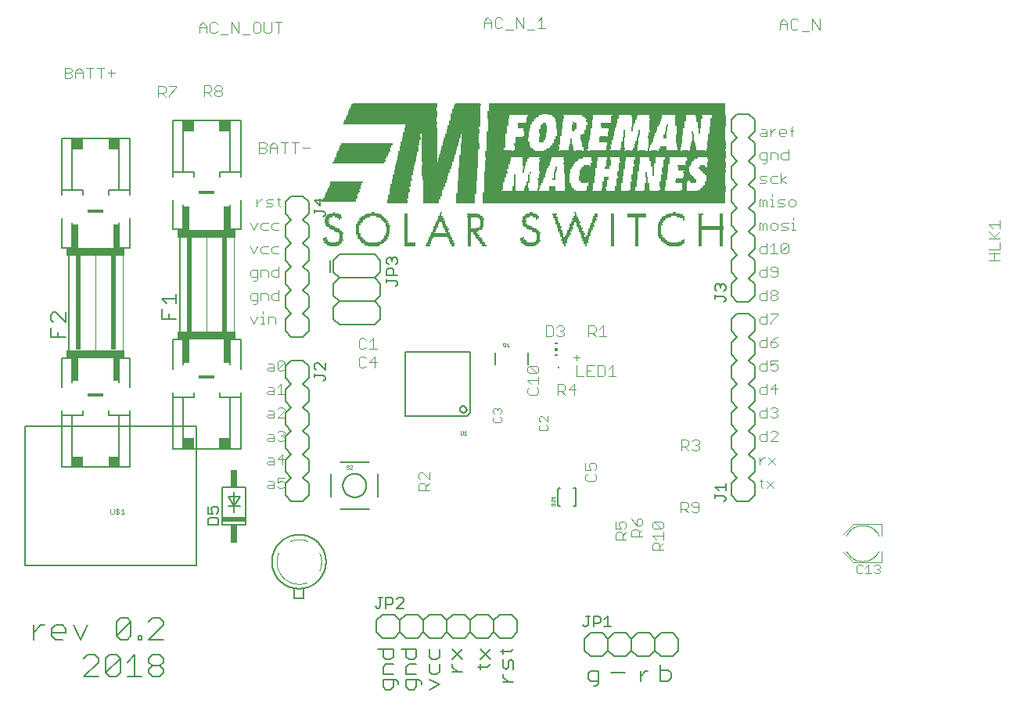
<source format=gbr>
G04 EAGLE Gerber X2 export*
%TF.Part,Single*%
%TF.FileFunction,Legend,Top,1*%
%TF.FilePolarity,Positive*%
%TF.GenerationSoftware,Autodesk,EAGLE,9.0.1*%
%TF.CreationDate,2018-07-03T17:36:12Z*%
G75*
%MOMM*%
%FSLAX34Y34*%
%LPD*%
%AMOC8*
5,1,8,0,0,1.08239X$1,22.5*%
G01*
%ADD10C,0.203200*%
%ADD11C,0.152400*%
%ADD12R,0.889000X0.127000*%
%ADD13R,1.143000X0.127000*%
%ADD14R,1.270000X0.127000*%
%ADD15R,0.508000X0.127000*%
%ADD16R,0.381000X0.127000*%
%ADD17R,0.254000X0.127000*%
%ADD18R,1.397000X0.127000*%
%ADD19R,1.778000X0.127000*%
%ADD20R,1.651000X0.127000*%
%ADD21R,2.159000X0.127000*%
%ADD22R,2.032000X0.127000*%
%ADD23R,0.635000X0.127000*%
%ADD24R,0.127000X0.127000*%
%ADD25R,0.762000X0.127000*%
%ADD26R,2.286000X0.127000*%
%ADD27R,1.016000X0.127000*%
%ADD28R,1.524000X0.127000*%
%ADD29R,2.667000X0.127000*%
%ADD30R,1.905000X0.127000*%
%ADD31R,26.289000X0.127000*%
%ADD32R,3.683000X0.127000*%
%ADD33R,3.556000X0.127000*%
%ADD34R,3.429000X0.127000*%
%ADD35R,26.162000X0.127000*%
%ADD36R,3.048000X0.127000*%
%ADD37R,2.794000X0.127000*%
%ADD38R,2.540000X0.127000*%
%ADD39R,2.413000X0.127000*%
%ADD40R,2.921000X0.127000*%
%ADD41R,3.175000X0.127000*%
%ADD42R,3.302000X0.127000*%
%ADD43R,5.588000X0.127000*%
%ADD44R,5.461000X0.127000*%
%ADD45R,26.035000X0.127000*%
%ADD46R,3.810000X0.127000*%
%ADD47R,10.160000X0.127000*%
%ADD48R,10.033000X0.127000*%
%ADD49R,9.906000X0.127000*%
%ADD50R,9.779000X0.127000*%
%ADD51R,9.652000X0.127000*%
%ADD52R,5.969000X0.127000*%
%ADD53R,19.177000X0.127000*%
%ADD54R,25.781000X0.127000*%
%ADD55R,9.525000X0.127000*%
%ADD56R,25.654000X0.127000*%
%ADD57R,9.398000X0.127000*%
%ADD58R,9.271000X0.127000*%
%ADD59R,9.144000X0.127000*%
%ADD60C,0.101600*%
%ADD61C,0.076200*%
%ADD62C,0.127000*%
%ADD63C,0.050800*%
%ADD64R,2.540000X0.508000*%
%ADD65R,0.762000X1.905000*%
%ADD66C,0.177800*%
%ADD67R,1.143000X1.143000*%
%ADD68R,0.635000X2.794000*%
%ADD69R,0.508000X10.160000*%
%ADD70R,1.778000X0.381000*%
%ADD71R,6.350000X0.889000*%
%ADD72R,0.200000X0.200000*%
%ADD73C,0.025400*%
%ADD74R,0.300000X0.150000*%
%ADD75R,0.300000X0.300000*%


D10*
X53232Y65286D02*
X53232Y80878D01*
X53232Y73082D02*
X61028Y80878D01*
X64926Y80878D01*
X76620Y65286D02*
X84416Y65286D01*
X76620Y65286D02*
X72722Y69184D01*
X72722Y76980D01*
X76620Y80878D01*
X84416Y80878D01*
X88314Y76980D01*
X88314Y73082D01*
X72722Y73082D01*
X96110Y80878D02*
X103906Y65286D01*
X111702Y80878D01*
X142886Y84776D02*
X142886Y69184D01*
X142886Y84776D02*
X146784Y88674D01*
X154580Y88674D01*
X158478Y84776D01*
X158478Y69184D01*
X154580Y65286D01*
X146784Y65286D01*
X142886Y69184D01*
X158478Y84776D01*
X166274Y69184D02*
X166274Y65286D01*
X166274Y69184D02*
X170172Y69184D01*
X170172Y65286D01*
X166274Y65286D01*
X177968Y65286D02*
X193560Y65286D01*
X177968Y65286D02*
X193560Y80878D01*
X193560Y84776D01*
X189662Y88674D01*
X181866Y88674D01*
X177968Y84776D01*
X123396Y25286D02*
X107804Y25286D01*
X123396Y40878D01*
X123396Y44776D01*
X119498Y48674D01*
X111702Y48674D01*
X107804Y44776D01*
X131192Y44776D02*
X131192Y29184D01*
X131192Y44776D02*
X135090Y48674D01*
X142886Y48674D01*
X146784Y44776D01*
X146784Y29184D01*
X142886Y25286D01*
X135090Y25286D01*
X131192Y29184D01*
X146784Y44776D01*
X154580Y40878D02*
X162376Y48674D01*
X162376Y25286D01*
X154580Y25286D02*
X170172Y25286D01*
X177968Y44776D02*
X181866Y48674D01*
X189662Y48674D01*
X193560Y44776D01*
X193560Y40878D01*
X189662Y36980D01*
X193560Y33082D01*
X193560Y29184D01*
X189662Y25286D01*
X181866Y25286D01*
X177968Y29184D01*
X177968Y33082D01*
X181866Y36980D01*
X177968Y40878D01*
X177968Y44776D01*
X181866Y36980D02*
X189662Y36980D01*
D11*
X659025Y15009D02*
X661737Y15009D01*
X664449Y17720D01*
X664449Y31279D01*
X656314Y31279D01*
X653602Y28567D01*
X653602Y23144D01*
X656314Y20432D01*
X664449Y20432D01*
D10*
X677968Y29480D02*
X693560Y29480D01*
D11*
X709959Y30999D02*
X709959Y20152D01*
X709959Y25575D02*
X715382Y30999D01*
X718094Y30999D01*
X731102Y38227D02*
X731102Y20432D01*
X740000Y20432D01*
X742965Y23398D01*
X742965Y29330D01*
X740000Y32295D01*
X731102Y32295D01*
X544646Y35858D02*
X533800Y35858D01*
X544646Y35858D02*
X547358Y38569D01*
X536511Y38569D02*
X536511Y33146D01*
X536511Y44060D02*
X547358Y54907D01*
X547358Y44060D02*
X536511Y54907D01*
X517358Y30417D02*
X506511Y30417D01*
X511935Y30417D02*
X506511Y35841D01*
X506511Y38552D01*
X506511Y44060D02*
X517358Y54907D01*
X517358Y44060D02*
X506511Y54907D01*
X492358Y16741D02*
X481511Y11317D01*
X481511Y22164D02*
X492358Y16741D01*
X481511Y30400D02*
X481511Y38535D01*
X481511Y30400D02*
X484223Y27689D01*
X489646Y27689D01*
X492358Y30400D01*
X492358Y38535D01*
X481511Y46772D02*
X481511Y54907D01*
X481511Y46772D02*
X484223Y44060D01*
X489646Y44060D01*
X492358Y46772D01*
X492358Y54907D01*
X472781Y19452D02*
X472781Y16741D01*
X472781Y19452D02*
X470070Y22164D01*
X456511Y22164D01*
X456511Y14029D01*
X459223Y11317D01*
X464646Y11317D01*
X467358Y14029D01*
X467358Y22164D01*
X467358Y27689D02*
X456511Y27689D01*
X456511Y35824D01*
X459223Y38535D01*
X467358Y38535D01*
X467358Y54907D02*
X451088Y54907D01*
X467358Y54907D02*
X467358Y46772D01*
X464646Y44060D01*
X459223Y44060D01*
X456511Y46772D01*
X456511Y54907D01*
X447781Y19452D02*
X447781Y16741D01*
X447781Y19452D02*
X445070Y22164D01*
X431511Y22164D01*
X431511Y14029D01*
X434223Y11317D01*
X439646Y11317D01*
X442358Y14029D01*
X442358Y22164D01*
X442358Y27689D02*
X431511Y27689D01*
X431511Y35824D01*
X434223Y38535D01*
X442358Y38535D01*
X442358Y54907D02*
X426088Y54907D01*
X442358Y54907D02*
X442358Y46772D01*
X439646Y44060D01*
X434223Y44060D01*
X431511Y46772D01*
X431511Y54907D01*
X561511Y19503D02*
X572358Y19503D01*
X566935Y19503D02*
X561511Y24926D01*
X561511Y27638D01*
X572358Y33146D02*
X572358Y41281D01*
X569646Y43993D01*
X566935Y41281D01*
X566935Y35858D01*
X564223Y33146D01*
X561511Y35858D01*
X561511Y43993D01*
X558800Y52229D02*
X569646Y52229D01*
X572358Y54941D01*
X561511Y54941D02*
X561511Y49518D01*
D12*
X377390Y491460D03*
D13*
X420570Y491460D03*
D14*
X460575Y491460D03*
D15*
X479625Y491460D03*
D16*
X506930Y491460D03*
X524710Y491460D03*
D15*
X540585Y491460D03*
D12*
X590750Y491460D03*
D17*
X628215Y491460D03*
X651075Y491460D03*
D16*
X679650Y491460D03*
X706320Y491460D03*
D13*
X746960Y491460D03*
D16*
X774900Y491460D03*
X797760Y491460D03*
D18*
X377390Y492730D03*
D19*
X419935Y492730D03*
D14*
X460575Y492730D03*
D16*
X480260Y492730D03*
X506930Y492730D03*
X524710Y492730D03*
X539950Y492730D03*
D18*
X590750Y492730D03*
D17*
X628215Y492730D03*
X651075Y492730D03*
D16*
X679650Y492730D03*
X706320Y492730D03*
D19*
X746325Y492730D03*
D16*
X774900Y492730D03*
X797760Y492730D03*
D20*
X377390Y494000D03*
D21*
X420570Y494000D03*
D14*
X460575Y494000D03*
D15*
X480895Y494000D03*
X506295Y494000D03*
D16*
X524710Y494000D03*
D15*
X539315Y494000D03*
D20*
X590750Y494000D03*
D16*
X627580Y494000D03*
X650440Y494000D03*
X679650Y494000D03*
X706320Y494000D03*
D22*
X746325Y494000D03*
D16*
X774900Y494000D03*
X797760Y494000D03*
D23*
X371040Y495270D03*
X383740Y495270D03*
X411680Y495270D03*
X429460Y495270D03*
D16*
X456130Y495270D03*
X481530Y495270D03*
X505660Y495270D03*
X524710Y495270D03*
D15*
X538045Y495270D03*
D23*
X584400Y495270D03*
D15*
X597735Y495270D03*
X628215Y495270D03*
X651075Y495270D03*
D16*
X679650Y495270D03*
X706320Y495270D03*
D23*
X738070Y495270D03*
X754580Y495270D03*
D16*
X774900Y495270D03*
X797760Y495270D03*
X369770Y496540D03*
X385010Y496540D03*
D15*
X409775Y496540D03*
X431365Y496540D03*
D16*
X456130Y496540D03*
X481530Y496540D03*
D15*
X505025Y496540D03*
D16*
X524710Y496540D03*
X537410Y496540D03*
D15*
X583765Y496540D03*
X599005Y496540D03*
X628215Y496540D03*
X651075Y496540D03*
D16*
X679650Y496540D03*
X706320Y496540D03*
D23*
X735530Y496540D03*
D16*
X755850Y496540D03*
X774900Y496540D03*
X797760Y496540D03*
D15*
X369135Y497810D03*
X385645Y497810D03*
X408505Y497810D03*
X432635Y497810D03*
D16*
X456130Y497810D03*
X482800Y497810D03*
X504390Y497810D03*
X524710Y497810D03*
D15*
X536775Y497810D03*
X582495Y497810D03*
D16*
X599640Y497810D03*
D23*
X627580Y497810D03*
X650440Y497810D03*
D16*
X679650Y497810D03*
X706320Y497810D03*
D15*
X734895Y497810D03*
D24*
X757120Y497810D03*
D16*
X774900Y497810D03*
X797760Y497810D03*
X368500Y499080D03*
X386280Y499080D03*
D15*
X407235Y499080D03*
X433905Y499080D03*
D16*
X456130Y499080D03*
X482800Y499080D03*
X504390Y499080D03*
X524710Y499080D03*
D15*
X535505Y499080D03*
D16*
X581860Y499080D03*
X599640Y499080D03*
D25*
X628215Y499080D03*
X651075Y499080D03*
D16*
X679650Y499080D03*
X706320Y499080D03*
D15*
X733625Y499080D03*
D16*
X774900Y499080D03*
X797760Y499080D03*
D24*
X369770Y500350D03*
D16*
X386280Y500350D03*
D15*
X405965Y500350D03*
D16*
X434540Y500350D03*
X456130Y500350D03*
D15*
X483435Y500350D03*
X503755Y500350D03*
D16*
X524710Y500350D03*
D15*
X534235Y500350D03*
D24*
X583130Y500350D03*
D16*
X599640Y500350D03*
D25*
X628215Y500350D03*
D12*
X650440Y500350D03*
D16*
X679650Y500350D03*
X706320Y500350D03*
D15*
X732355Y500350D03*
D16*
X774900Y500350D03*
X797760Y500350D03*
X386280Y501620D03*
X405330Y501620D03*
D15*
X435175Y501620D03*
D16*
X456130Y501620D03*
D26*
X493595Y501620D03*
D16*
X524710Y501620D03*
X533600Y501620D03*
X599640Y501620D03*
X625040Y501620D03*
D15*
X630755Y501620D03*
D16*
X647900Y501620D03*
X652980Y501620D03*
X679650Y501620D03*
X706320Y501620D03*
X731720Y501620D03*
X774900Y501620D03*
X797760Y501620D03*
X386280Y502890D03*
X405330Y502890D03*
X435810Y502890D03*
X456130Y502890D03*
D26*
X493595Y502890D03*
D16*
X524710Y502890D03*
D15*
X532965Y502890D03*
D16*
X599640Y502890D03*
X625040Y502890D03*
X631390Y502890D03*
X647900Y502890D03*
X654250Y502890D03*
X679650Y502890D03*
X706320Y502890D03*
D15*
X731085Y502890D03*
D16*
X774900Y502890D03*
X797760Y502890D03*
X386280Y504160D03*
D15*
X404695Y504160D03*
D16*
X435810Y504160D03*
X456130Y504160D03*
D22*
X493595Y504160D03*
D16*
X524710Y504160D03*
D15*
X531695Y504160D03*
D16*
X599640Y504160D03*
X625040Y504160D03*
D15*
X632025Y504160D03*
X647265Y504160D03*
D16*
X654250Y504160D03*
X679650Y504160D03*
X706320Y504160D03*
X730450Y504160D03*
X774900Y504160D03*
X797760Y504160D03*
D15*
X385645Y505430D03*
D16*
X404060Y505430D03*
X437080Y505430D03*
X456130Y505430D03*
X485340Y505430D03*
X501850Y505430D03*
X524710Y505430D03*
X531060Y505430D03*
D15*
X599005Y505430D03*
D16*
X623770Y505430D03*
X632660Y505430D03*
X646630Y505430D03*
X654250Y505430D03*
X679650Y505430D03*
X706320Y505430D03*
X730450Y505430D03*
X774900Y505430D03*
X797760Y505430D03*
D23*
X383740Y506700D03*
D16*
X404060Y506700D03*
X437080Y506700D03*
X456130Y506700D03*
X486610Y506700D03*
X500580Y506700D03*
D27*
X527885Y506700D03*
D23*
X597100Y506700D03*
D16*
X623770Y506700D03*
X632660Y506700D03*
D15*
X645995Y506700D03*
D16*
X655520Y506700D03*
X679650Y506700D03*
X706320Y506700D03*
X730450Y506700D03*
X774900Y506700D03*
X797760Y506700D03*
D25*
X381835Y507970D03*
D16*
X404060Y507970D03*
X437080Y507970D03*
X456130Y507970D03*
X486610Y507970D03*
X500580Y507970D03*
D14*
X529155Y507970D03*
D23*
X595830Y507970D03*
D15*
X623135Y507970D03*
X633295Y507970D03*
D16*
X645360Y507970D03*
X655520Y507970D03*
X679650Y507970D03*
X706320Y507970D03*
X730450Y507970D03*
X774900Y507970D03*
X797760Y507970D03*
D12*
X379930Y509240D03*
D16*
X404060Y509240D03*
X437080Y509240D03*
X456130Y509240D03*
X487880Y509240D03*
D15*
X499945Y509240D03*
D28*
X530425Y509240D03*
D12*
X593290Y509240D03*
D16*
X622500Y509240D03*
X633930Y509240D03*
X645360Y509240D03*
D15*
X656155Y509240D03*
D16*
X679650Y509240D03*
X706320Y509240D03*
X730450Y509240D03*
D29*
X786330Y509240D03*
D12*
X377390Y510510D03*
D16*
X404060Y510510D03*
X437080Y510510D03*
X456130Y510510D03*
X487880Y510510D03*
X499310Y510510D03*
X524710Y510510D03*
D25*
X535505Y510510D03*
D12*
X590750Y510510D03*
D16*
X622500Y510510D03*
D15*
X634565Y510510D03*
X644725Y510510D03*
D16*
X656790Y510510D03*
X679650Y510510D03*
X706320Y510510D03*
X730450Y510510D03*
D29*
X786330Y510510D03*
D25*
X375485Y511780D03*
D16*
X404060Y511780D03*
X437080Y511780D03*
X456130Y511780D03*
D15*
X488515Y511780D03*
X498675Y511780D03*
D16*
X524710Y511780D03*
X537410Y511780D03*
D25*
X588845Y511780D03*
D15*
X621865Y511780D03*
D16*
X635200Y511780D03*
X644090Y511780D03*
X656790Y511780D03*
X679650Y511780D03*
X706320Y511780D03*
X730450Y511780D03*
D29*
X786330Y511780D03*
D23*
X373580Y513050D03*
D16*
X404060Y513050D03*
D15*
X436445Y513050D03*
D16*
X456130Y513050D03*
X489150Y513050D03*
X498040Y513050D03*
X524710Y513050D03*
X538680Y513050D03*
D23*
X586940Y513050D03*
D16*
X621230Y513050D03*
X635200Y513050D03*
D15*
X643455Y513050D03*
X657425Y513050D03*
D16*
X679650Y513050D03*
X706320Y513050D03*
X730450Y513050D03*
X774900Y513050D03*
X797760Y513050D03*
D15*
X371675Y514320D03*
X404695Y514320D03*
D16*
X435810Y514320D03*
X456130Y514320D03*
X489150Y514320D03*
X498040Y514320D03*
X524710Y514320D03*
X538680Y514320D03*
D15*
X585035Y514320D03*
D16*
X621230Y514320D03*
D15*
X635835Y514320D03*
D16*
X642820Y514320D03*
X658060Y514320D03*
X679650Y514320D03*
X706320Y514320D03*
D15*
X731085Y514320D03*
D16*
X774900Y514320D03*
X797760Y514320D03*
X371040Y515590D03*
X405330Y515590D03*
X435810Y515590D03*
X456130Y515590D03*
X490420Y515590D03*
X496770Y515590D03*
X524710Y515590D03*
X538680Y515590D03*
X584400Y515590D03*
D15*
X620595Y515590D03*
D16*
X636470Y515590D03*
X642820Y515590D03*
X658060Y515590D03*
X679650Y515590D03*
X706320Y515590D03*
X731720Y515590D03*
X774900Y515590D03*
X797760Y515590D03*
D15*
X370405Y516860D03*
X405965Y516860D03*
D16*
X434540Y516860D03*
X456130Y516860D03*
X490420Y516860D03*
X496770Y516860D03*
X524710Y516860D03*
X538680Y516860D03*
X584400Y516860D03*
X619960Y516860D03*
X636470Y516860D03*
D15*
X642185Y516860D03*
D16*
X659330Y516860D03*
X679650Y516860D03*
X706320Y516860D03*
D15*
X732355Y516860D03*
D16*
X774900Y516860D03*
X797760Y516860D03*
X369770Y518130D03*
D15*
X407235Y518130D03*
X433905Y518130D03*
D16*
X456130Y518130D03*
D12*
X494230Y518130D03*
D16*
X524710Y518130D03*
X538680Y518130D03*
D15*
X583765Y518130D03*
D16*
X619960Y518130D03*
D25*
X639645Y518130D03*
D16*
X659330Y518130D03*
X679650Y518130D03*
X706320Y518130D03*
X732990Y518130D03*
X774900Y518130D03*
X797760Y518130D03*
D15*
X370405Y519400D03*
D16*
X407870Y519400D03*
D15*
X432635Y519400D03*
D16*
X456130Y519400D03*
D25*
X493595Y519400D03*
D16*
X524710Y519400D03*
X538680Y519400D03*
X584400Y519400D03*
X618690Y519400D03*
D25*
X639645Y519400D03*
D15*
X659965Y519400D03*
D16*
X679650Y519400D03*
X706320Y519400D03*
D15*
X733625Y519400D03*
D24*
X757120Y519400D03*
D16*
X774900Y519400D03*
X797760Y519400D03*
X371040Y520670D03*
D17*
X384375Y520670D03*
D23*
X409140Y520670D03*
D15*
X431365Y520670D03*
D16*
X456130Y520670D03*
D23*
X494230Y520670D03*
D16*
X524710Y520670D03*
D15*
X538045Y520670D03*
D16*
X584400Y520670D03*
D17*
X597735Y520670D03*
D16*
X618690Y520670D03*
D23*
X639010Y520670D03*
D16*
X660600Y520670D03*
X679650Y520670D03*
X706320Y520670D03*
D15*
X734895Y520670D03*
D17*
X756485Y520670D03*
D16*
X774900Y520670D03*
X797760Y520670D03*
D15*
X371675Y521940D03*
X384375Y521940D03*
D23*
X410410Y521940D03*
D15*
X430095Y521940D03*
D16*
X456130Y521940D03*
D15*
X493595Y521940D03*
D16*
X524710Y521940D03*
D15*
X536775Y521940D03*
X585035Y521940D03*
D16*
X598370Y521940D03*
D15*
X618055Y521940D03*
X639645Y521940D03*
D16*
X660600Y521940D03*
X679650Y521940D03*
X706320Y521940D03*
D23*
X736800Y521940D03*
D15*
X755215Y521940D03*
D16*
X774900Y521940D03*
X797760Y521940D03*
D23*
X373580Y523210D03*
X382470Y523210D03*
D12*
X412950Y523210D03*
D25*
X427555Y523210D03*
D16*
X456130Y523210D03*
D15*
X493595Y523210D03*
D20*
X531060Y523210D03*
D23*
X586940Y523210D03*
X597100Y523210D03*
D16*
X617420Y523210D03*
X639010Y523210D03*
D15*
X661235Y523210D03*
D16*
X679650Y523210D03*
D21*
X706320Y523210D03*
D12*
X739340Y523210D03*
X753310Y523210D03*
D16*
X774900Y523210D03*
X797760Y523210D03*
D28*
X378025Y524480D03*
D30*
X420570Y524480D03*
D16*
X456130Y524480D03*
D17*
X493595Y524480D03*
D18*
X529790Y524480D03*
X592020Y524480D03*
D16*
X617420Y524480D03*
D17*
X639645Y524480D03*
D16*
X661870Y524480D03*
X679650Y524480D03*
D21*
X706320Y524480D03*
D30*
X746960Y524480D03*
D16*
X774900Y524480D03*
X797760Y524480D03*
D27*
X378025Y525750D03*
D18*
X420570Y525750D03*
D16*
X456130Y525750D03*
D17*
X493595Y525750D03*
D13*
X528520Y525750D03*
D27*
X591385Y525750D03*
D15*
X616785Y525750D03*
D17*
X639645Y525750D03*
D16*
X661870Y525750D03*
X679650Y525750D03*
D21*
X706320Y525750D03*
D18*
X746960Y525750D03*
D15*
X775535Y525750D03*
D16*
X797760Y525750D03*
D17*
X378025Y527020D03*
D16*
X420570Y527020D03*
D24*
X494230Y527020D03*
D16*
X592020Y527020D03*
D24*
X639010Y527020D03*
D16*
X746960Y527020D03*
D26*
X446605Y538450D03*
D19*
X483435Y538450D03*
D21*
X520900Y538450D03*
D31*
X670760Y538450D03*
D32*
X383740Y539720D03*
D26*
X446605Y539720D03*
D19*
X483435Y539720D03*
D21*
X520900Y539720D03*
D31*
X670760Y539720D03*
D33*
X384375Y540990D03*
D26*
X446605Y540990D03*
D19*
X483435Y540990D03*
D21*
X520900Y540990D03*
D31*
X670760Y540990D03*
D33*
X384375Y542260D03*
D21*
X447240Y542260D03*
D30*
X484070Y542260D03*
D21*
X520900Y542260D03*
D31*
X670760Y542260D03*
D33*
X385645Y543530D03*
D26*
X447875Y543530D03*
D30*
X484070Y543530D03*
D21*
X520900Y543530D03*
D31*
X670760Y543530D03*
D33*
X385645Y544800D03*
D26*
X447875Y544800D03*
D30*
X484070Y544800D03*
D21*
X520900Y544800D03*
D31*
X670760Y544800D03*
D34*
X386280Y546070D03*
D26*
X447875Y546070D03*
D22*
X484705Y546070D03*
D21*
X520900Y546070D03*
D31*
X670760Y546070D03*
D33*
X386915Y547340D03*
D21*
X448510Y547340D03*
D22*
X484705Y547340D03*
D21*
X520900Y547340D03*
D31*
X670760Y547340D03*
D33*
X386915Y548610D03*
D21*
X448510Y548610D03*
D22*
X484705Y548610D03*
D21*
X522170Y548610D03*
D31*
X670760Y548610D03*
D33*
X388185Y549880D03*
D26*
X449145Y549880D03*
D21*
X485340Y549880D03*
X522170Y549880D03*
D35*
X671395Y549880D03*
D33*
X388185Y551150D03*
D26*
X449145Y551150D03*
D21*
X485340Y551150D03*
X522170Y551150D03*
D30*
X550110Y551150D03*
D16*
X572970Y551150D03*
D15*
X586305Y551150D03*
D24*
X599640Y551150D03*
D25*
X614245Y551150D03*
D13*
X633930Y551150D03*
D23*
X654250Y551150D03*
D15*
X670125Y551150D03*
D23*
X686000Y551150D03*
X701240Y551150D03*
D25*
X717115Y551150D03*
D23*
X732990Y551150D03*
X757120Y551150D03*
D36*
X786965Y551150D03*
D34*
X388820Y552420D03*
D26*
X449145Y552420D03*
X485975Y552420D03*
D21*
X522170Y552420D03*
D22*
X550745Y552420D03*
D16*
X572970Y552420D03*
D15*
X586305Y552420D03*
D24*
X599640Y552420D03*
D25*
X614245Y552420D03*
D27*
X633295Y552420D03*
D23*
X655520Y552420D03*
D15*
X670125Y552420D03*
D23*
X686000Y552420D03*
D15*
X701875Y552420D03*
X717115Y552420D03*
X733625Y552420D03*
X757755Y552420D03*
D37*
X788235Y552420D03*
D33*
X389455Y553690D03*
D21*
X449780Y553690D03*
D26*
X485975Y553690D03*
D21*
X522170Y553690D03*
D22*
X550745Y553690D03*
D16*
X572970Y553690D03*
D15*
X586305Y553690D03*
D17*
X600275Y553690D03*
D23*
X614880Y553690D03*
D12*
X632660Y553690D03*
D23*
X655520Y553690D03*
D16*
X670760Y553690D03*
D23*
X686000Y553690D03*
D15*
X701875Y553690D03*
X717115Y553690D03*
X733625Y553690D03*
X757755Y553690D03*
D29*
X788870Y553690D03*
D34*
X390090Y554960D03*
D21*
X449780Y554960D03*
D26*
X485975Y554960D03*
D21*
X522170Y554960D03*
D22*
X550745Y554960D03*
D16*
X572970Y554960D03*
X586940Y554960D03*
D17*
X600275Y554960D03*
D23*
X614880Y554960D03*
D25*
X632025Y554960D03*
D23*
X655520Y554960D03*
D16*
X670760Y554960D03*
D23*
X686000Y554960D03*
D15*
X701875Y554960D03*
X717115Y554960D03*
X733625Y554960D03*
X757755Y554960D03*
D38*
X789505Y554960D03*
D34*
X390090Y556230D03*
D26*
X450415Y556230D03*
D39*
X486610Y556230D03*
D21*
X522170Y556230D03*
X551380Y556230D03*
D17*
X573605Y556230D03*
D16*
X586940Y556230D03*
D17*
X600275Y556230D03*
D23*
X631390Y556230D03*
D15*
X656155Y556230D03*
X671395Y556230D03*
X686635Y556230D03*
D23*
X702510Y556230D03*
D15*
X717115Y556230D03*
D23*
X734260Y556230D03*
D15*
X757755Y556230D03*
D39*
X790140Y556230D03*
D34*
X391360Y557500D03*
D26*
X450415Y557500D03*
D39*
X486610Y557500D03*
D21*
X522170Y557500D03*
X551380Y557500D03*
D17*
X573605Y557500D03*
X587575Y557500D03*
D16*
X600910Y557500D03*
D23*
X631390Y557500D03*
D15*
X656155Y557500D03*
X671395Y557500D03*
X686635Y557500D03*
D23*
X702510Y557500D03*
D15*
X717115Y557500D03*
D23*
X734260Y557500D03*
D15*
X757755Y557500D03*
D26*
X790775Y557500D03*
D34*
X391360Y558770D03*
D21*
X451050Y558770D03*
D39*
X486610Y558770D03*
D21*
X522170Y558770D03*
X551380Y558770D03*
D17*
X573605Y558770D03*
X587575Y558770D03*
D16*
X600910Y558770D03*
D23*
X631390Y558770D03*
D15*
X656155Y558770D03*
X671395Y558770D03*
X686635Y558770D03*
D23*
X702510Y558770D03*
D15*
X717115Y558770D03*
D23*
X734260Y558770D03*
D15*
X757755Y558770D03*
D26*
X790775Y558770D03*
D33*
X391995Y560040D03*
D21*
X451050Y560040D03*
D38*
X487245Y560040D03*
D21*
X522170Y560040D03*
X551380Y560040D03*
D17*
X573605Y560040D03*
D16*
X588210Y560040D03*
D15*
X601545Y560040D03*
X630755Y560040D03*
D23*
X649170Y560040D03*
X656790Y560040D03*
D15*
X671395Y560040D03*
D23*
X687270Y560040D03*
X702510Y560040D03*
D17*
X717115Y560040D03*
D23*
X734260Y560040D03*
D14*
X753945Y560040D03*
D15*
X766645Y560040D03*
D26*
X790775Y560040D03*
D21*
X451050Y561310D03*
D38*
X487245Y561310D03*
D21*
X522170Y561310D03*
D26*
X552015Y561310D03*
D24*
X574240Y561310D03*
D17*
X588845Y561310D03*
D15*
X601545Y561310D03*
X630755Y561310D03*
D28*
X652345Y561310D03*
D16*
X672030Y561310D03*
D23*
X687270Y561310D03*
D15*
X703145Y561310D03*
D17*
X717115Y561310D03*
D15*
X734895Y561310D03*
D18*
X754580Y561310D03*
D25*
X766645Y561310D03*
D21*
X791410Y561310D03*
D26*
X451685Y562580D03*
D38*
X487245Y562580D03*
D22*
X522805Y562580D03*
D26*
X552015Y562580D03*
D24*
X574240Y562580D03*
D17*
X588845Y562580D03*
D15*
X601545Y562580D03*
X630755Y562580D03*
D20*
X651710Y562580D03*
D16*
X672030Y562580D03*
D23*
X687270Y562580D03*
D15*
X703145Y562580D03*
D17*
X717115Y562580D03*
D15*
X734895Y562580D03*
D26*
X759025Y562580D03*
D21*
X791410Y562580D03*
X452320Y563850D03*
D29*
X487880Y563850D03*
D22*
X522805Y563850D03*
D26*
X552015Y563850D03*
D24*
X574240Y563850D03*
D17*
X588845Y563850D03*
D23*
X602180Y563850D03*
D16*
X616150Y563850D03*
D15*
X630755Y563850D03*
D20*
X651710Y563850D03*
D15*
X672665Y563850D03*
D23*
X687270Y563850D03*
X703780Y563850D03*
D17*
X717115Y563850D03*
D23*
X735530Y563850D03*
D21*
X758390Y563850D03*
X791410Y563850D03*
X452320Y565120D03*
D37*
X487245Y565120D03*
D22*
X522805Y565120D03*
D26*
X552015Y565120D03*
D24*
X574240Y565120D03*
X589480Y565120D03*
D15*
X602815Y565120D03*
D17*
X616785Y565120D03*
D15*
X630755Y565120D03*
D20*
X651710Y565120D03*
D15*
X672665Y565120D03*
X687905Y565120D03*
D23*
X703780Y565120D03*
D17*
X717115Y565120D03*
D23*
X735530Y565120D03*
D14*
X761565Y565120D03*
D21*
X791410Y565120D03*
X452320Y566390D03*
D37*
X487245Y566390D03*
D22*
X522805Y566390D03*
D39*
X552650Y566390D03*
D24*
X574240Y566390D03*
X589480Y566390D03*
D23*
X603450Y566390D03*
D17*
X616785Y566390D03*
D15*
X630755Y566390D03*
D20*
X651710Y566390D03*
D15*
X687905Y566390D03*
D23*
X703780Y566390D03*
D24*
X716480Y566390D03*
D23*
X735530Y566390D03*
D27*
X761565Y566390D03*
D21*
X791410Y566390D03*
X452320Y567660D03*
D40*
X487880Y567660D03*
D22*
X522805Y567660D03*
D39*
X552650Y567660D03*
D24*
X574240Y567660D03*
X589480Y567660D03*
D23*
X603450Y567660D03*
D17*
X616785Y567660D03*
D15*
X630755Y567660D03*
D19*
X652345Y567660D03*
D23*
X688540Y567660D03*
X703780Y567660D03*
D24*
X716480Y567660D03*
X724100Y567660D03*
D23*
X735530Y567660D03*
D12*
X760930Y567660D03*
D21*
X791410Y567660D03*
X453590Y568930D03*
D40*
X487880Y568930D03*
D22*
X522805Y568930D03*
D39*
X552650Y568930D03*
D23*
X603450Y568930D03*
D17*
X616785Y568930D03*
D15*
X630755Y568930D03*
D19*
X652345Y568930D03*
D23*
X688540Y568930D03*
D15*
X704415Y568930D03*
D24*
X716480Y568930D03*
X724100Y568930D03*
D15*
X736165Y568930D03*
D25*
X760295Y568930D03*
D26*
X790775Y568930D03*
D21*
X453590Y570200D03*
D40*
X487880Y570200D03*
D22*
X522805Y570200D03*
D38*
X553285Y570200D03*
D24*
X590750Y570200D03*
D25*
X604085Y570200D03*
D24*
X617420Y570200D03*
D25*
X630755Y570200D03*
D20*
X652980Y570200D03*
D23*
X688540Y570200D03*
D15*
X704415Y570200D03*
D24*
X716480Y570200D03*
X724100Y570200D03*
D15*
X736165Y570200D03*
D25*
X760295Y570200D03*
D39*
X790140Y570200D03*
D21*
X453590Y571470D03*
D36*
X488515Y571470D03*
D22*
X522805Y571470D03*
D38*
X553285Y571470D03*
D24*
X583130Y571470D03*
D25*
X604085Y571470D03*
D17*
X618055Y571470D03*
D25*
X630755Y571470D03*
D20*
X652980Y571470D03*
D23*
X688540Y571470D03*
D15*
X704415Y571470D03*
D17*
X723465Y571470D03*
D23*
X736800Y571470D03*
X759660Y571470D03*
D38*
X789505Y571470D03*
D21*
X453590Y572740D03*
D36*
X488515Y572740D03*
D21*
X523440Y572740D03*
D39*
X553920Y572740D03*
D24*
X583130Y572740D03*
D12*
X604720Y572740D03*
D17*
X618055Y572740D03*
D25*
X630755Y572740D03*
D20*
X652980Y572740D03*
D15*
X689175Y572740D03*
D23*
X705050Y572740D03*
D17*
X723465Y572740D03*
D23*
X736800Y572740D03*
D15*
X760295Y572740D03*
D29*
X788870Y572740D03*
D22*
X454225Y574010D03*
D36*
X488515Y574010D03*
D21*
X523440Y574010D03*
D39*
X553920Y574010D03*
D24*
X583130Y574010D03*
D12*
X604720Y574010D03*
D24*
X618690Y574010D03*
D25*
X630755Y574010D03*
D28*
X653615Y574010D03*
D15*
X689175Y574010D03*
D23*
X705050Y574010D03*
D17*
X723465Y574010D03*
D23*
X736800Y574010D03*
D14*
X756485Y574010D03*
D37*
X788235Y574010D03*
D21*
X454860Y575280D03*
D41*
X489150Y575280D03*
D21*
X523440Y575280D03*
D38*
X554555Y575280D03*
D17*
X583765Y575280D03*
D12*
X604720Y575280D03*
D24*
X618690Y575280D03*
D12*
X631390Y575280D03*
D28*
X653615Y575280D03*
D15*
X673935Y575280D03*
D23*
X689810Y575280D03*
X705050Y575280D03*
D17*
X723465Y575280D03*
D23*
X736800Y575280D03*
D14*
X756485Y575280D03*
D40*
X787600Y575280D03*
D21*
X454860Y576550D03*
D41*
X489150Y576550D03*
D22*
X524075Y576550D03*
D38*
X554555Y576550D03*
D17*
X583765Y576550D03*
D27*
X605355Y576550D03*
D24*
X618690Y576550D03*
D12*
X631390Y576550D03*
D28*
X654885Y576550D03*
D15*
X673935Y576550D03*
D23*
X689810Y576550D03*
X705050Y576550D03*
D17*
X723465Y576550D03*
D15*
X737435Y576550D03*
D14*
X756485Y576550D03*
D25*
X776805Y576550D03*
D22*
X792045Y576550D03*
D21*
X454860Y577820D03*
D41*
X489150Y577820D03*
D22*
X524075Y577820D03*
D38*
X554555Y577820D03*
D17*
X583765Y577820D03*
D27*
X605355Y577820D03*
X632025Y577820D03*
D23*
X651710Y577820D03*
X659330Y577820D03*
D16*
X674570Y577820D03*
D23*
X689810Y577820D03*
D15*
X705685Y577820D03*
D16*
X722830Y577820D03*
D15*
X737435Y577820D03*
D18*
X757120Y577820D03*
D15*
X776805Y577820D03*
D22*
X792045Y577820D03*
X455495Y579090D03*
D42*
X489785Y579090D03*
D22*
X524075Y579090D03*
D38*
X554555Y579090D03*
D16*
X584400Y579090D03*
D13*
X605990Y579090D03*
D27*
X632025Y579090D03*
D23*
X659330Y579090D03*
D15*
X675205Y579090D03*
D23*
X689810Y579090D03*
D15*
X705685Y579090D03*
D16*
X722830Y579090D03*
D15*
X737435Y579090D03*
X761565Y579090D03*
D22*
X792045Y579090D03*
X455495Y580360D03*
D42*
X489785Y580360D03*
D22*
X524075Y580360D03*
D29*
X555190Y580360D03*
D16*
X584400Y580360D03*
D13*
X605990Y580360D03*
X632660Y580360D03*
D23*
X659330Y580360D03*
D15*
X675205Y580360D03*
D23*
X689810Y580360D03*
X706320Y580360D03*
D16*
X722830Y580360D03*
D23*
X738070Y580360D03*
X762200Y580360D03*
D22*
X792045Y580360D03*
D43*
X404695Y581630D03*
D21*
X456130Y581630D03*
D42*
X489785Y581630D03*
D22*
X524075Y581630D03*
D29*
X555190Y581630D03*
D16*
X584400Y581630D03*
D13*
X605990Y581630D03*
D14*
X633295Y581630D03*
D15*
X659965Y581630D03*
X675205Y581630D03*
X690445Y581630D03*
D23*
X706320Y581630D03*
D15*
X723465Y581630D03*
D23*
X738070Y581630D03*
X762200Y581630D03*
D22*
X792045Y581630D03*
D43*
X405965Y582900D03*
D21*
X456130Y582900D03*
D20*
X481530Y582900D03*
X499310Y582900D03*
D22*
X524075Y582900D03*
D29*
X555190Y582900D03*
D15*
X585035Y582900D03*
D14*
X606625Y582900D03*
D18*
X633930Y582900D03*
D15*
X659965Y582900D03*
X675205Y582900D03*
X690445Y582900D03*
D23*
X706320Y582900D03*
D15*
X723465Y582900D03*
D23*
X738070Y582900D03*
D25*
X762835Y582900D03*
D30*
X792680Y582900D03*
D43*
X405965Y584170D03*
D22*
X456765Y584170D03*
D20*
X481530Y584170D03*
X499310Y584170D03*
D22*
X524075Y584170D03*
D37*
X555825Y584170D03*
D15*
X585035Y584170D03*
D14*
X606625Y584170D03*
D28*
X634565Y584170D03*
D23*
X660600Y584170D03*
D15*
X675205Y584170D03*
D23*
X691080Y584170D03*
X706320Y584170D03*
X722830Y584170D03*
X738070Y584170D03*
D25*
X764105Y584170D03*
D30*
X792680Y584170D03*
D44*
X406600Y585440D03*
D22*
X456765Y585440D03*
D20*
X481530Y585440D03*
X499310Y585440D03*
D22*
X524075Y585440D03*
D37*
X555825Y585440D03*
D15*
X585035Y585440D03*
D18*
X607260Y585440D03*
D20*
X635200Y585440D03*
D23*
X660600Y585440D03*
D16*
X675840Y585440D03*
D23*
X691080Y585440D03*
D15*
X706955Y585440D03*
D23*
X722830Y585440D03*
D15*
X738705Y585440D03*
D12*
X764740Y585440D03*
D30*
X792680Y585440D03*
D43*
X407235Y586710D03*
D22*
X456765Y586710D03*
D20*
X481530Y586710D03*
D19*
X499945Y586710D03*
D22*
X524075Y586710D03*
D37*
X555825Y586710D03*
D23*
X585670Y586710D03*
D14*
X607895Y586710D03*
D22*
X637105Y586710D03*
D23*
X660600Y586710D03*
D16*
X675840Y586710D03*
D23*
X691080Y586710D03*
D15*
X706955Y586710D03*
D23*
X722830Y586710D03*
D15*
X738705Y586710D03*
D13*
X766010Y586710D03*
D22*
X792045Y586710D03*
D44*
X407870Y587980D03*
D21*
X457400Y587980D03*
D20*
X481530Y587980D03*
X500580Y587980D03*
D22*
X524075Y587980D03*
D45*
X672030Y587980D03*
D43*
X408505Y589250D03*
D22*
X458035Y589250D03*
D20*
X481530Y589250D03*
X500580Y589250D03*
D22*
X524075Y589250D03*
D45*
X672030Y589250D03*
D43*
X408505Y590520D03*
D22*
X458035Y590520D03*
D20*
X481530Y590520D03*
D19*
X501215Y590520D03*
D30*
X524710Y590520D03*
D45*
X672030Y590520D03*
D43*
X409775Y591790D03*
D22*
X458035Y591790D03*
D20*
X481530Y591790D03*
X501850Y591790D03*
D30*
X524710Y591790D03*
D45*
X672030Y591790D03*
D43*
X409775Y593060D03*
D22*
X458035Y593060D03*
D20*
X481530Y593060D03*
X501850Y593060D03*
D30*
X524710Y593060D03*
D45*
X672030Y593060D03*
D43*
X411045Y594330D03*
D22*
X459305Y594330D03*
D20*
X481530Y594330D03*
X501850Y594330D03*
D30*
X524710Y594330D03*
D37*
X557095Y594330D03*
D39*
X584400Y594330D03*
D20*
X613610Y594330D03*
D28*
X630755Y594330D03*
D25*
X643455Y594330D03*
D15*
X651075Y594330D03*
D46*
X673935Y594330D03*
D15*
X696795Y594330D03*
D23*
X703780Y594330D03*
D25*
X712035Y594330D03*
D17*
X718385Y594330D03*
D25*
X724735Y594330D03*
D39*
X741880Y594330D03*
D23*
X758390Y594330D03*
D20*
X771090Y594330D03*
D21*
X791410Y594330D03*
D43*
X411045Y595600D03*
D22*
X459305Y595600D03*
D20*
X481530Y595600D03*
D19*
X502485Y595600D03*
D30*
X524710Y595600D03*
X552650Y595600D03*
D22*
X583765Y595600D03*
D18*
X614880Y595600D03*
D15*
X634565Y595600D03*
D16*
X650440Y595600D03*
X674570Y595600D03*
D15*
X690445Y595600D03*
X704415Y595600D03*
D24*
X719020Y595600D03*
D12*
X734260Y595600D03*
D16*
X752040Y595600D03*
D23*
X767280Y595600D03*
D21*
X791410Y595600D03*
D44*
X411680Y596870D03*
D22*
X459305Y596870D03*
D20*
X481530Y596870D03*
X503120Y596870D03*
D22*
X525345Y596870D03*
D30*
X552650Y596870D03*
X583130Y596870D03*
D13*
X616150Y596870D03*
D15*
X634565Y596870D03*
X651075Y596870D03*
X675205Y596870D03*
X690445Y596870D03*
X704415Y596870D03*
D24*
X719020Y596870D03*
D25*
X734895Y596870D03*
D16*
X752040Y596870D03*
D23*
X767280Y596870D03*
D22*
X792045Y596870D03*
D43*
X412315Y598140D03*
D22*
X459305Y598140D03*
D20*
X481530Y598140D03*
X503120Y598140D03*
D22*
X525345Y598140D03*
X553285Y598140D03*
D19*
X582495Y598140D03*
D27*
X616785Y598140D03*
D15*
X634565Y598140D03*
X651075Y598140D03*
X675205Y598140D03*
D16*
X691080Y598140D03*
X705050Y598140D03*
D17*
X719655Y598140D03*
D25*
X734895Y598140D03*
D16*
X752040Y598140D03*
D23*
X767280Y598140D03*
D22*
X792045Y598140D03*
D43*
X412315Y599410D03*
D30*
X459940Y599410D03*
D20*
X481530Y599410D03*
D19*
X503755Y599410D03*
D22*
X525345Y599410D03*
X553285Y599410D03*
D19*
X582495Y599410D03*
D12*
X617420Y599410D03*
D16*
X635200Y599410D03*
D23*
X650440Y599410D03*
D15*
X675205Y599410D03*
D16*
X691080Y599410D03*
X705050Y599410D03*
D17*
X719655Y599410D03*
D15*
X751405Y599410D03*
X766645Y599410D03*
D22*
X792045Y599410D03*
D43*
X413585Y600680D03*
D22*
X460575Y600680D03*
D20*
X481530Y600680D03*
X504390Y600680D03*
D22*
X525345Y600680D03*
X553285Y600680D03*
D20*
X581860Y600680D03*
D25*
X618055Y600680D03*
D16*
X635200Y600680D03*
D23*
X650440Y600680D03*
D16*
X675840Y600680D03*
X691080Y600680D03*
X705050Y600680D03*
D17*
X719655Y600680D03*
D15*
X751405Y600680D03*
X766645Y600680D03*
D22*
X792045Y600680D03*
D43*
X413585Y601950D03*
D22*
X460575Y601950D03*
D20*
X481530Y601950D03*
X504390Y601950D03*
D22*
X525345Y601950D03*
X553285Y601950D03*
D20*
X581860Y601950D03*
D12*
X618690Y601950D03*
D17*
X634565Y601950D03*
D23*
X650440Y601950D03*
D15*
X676475Y601950D03*
D16*
X691080Y601950D03*
X706320Y601950D03*
X720290Y601950D03*
D15*
X751405Y601950D03*
X766645Y601950D03*
D22*
X792045Y601950D03*
X460575Y603220D03*
D20*
X481530Y603220D03*
X504390Y603220D03*
D30*
X525980Y603220D03*
D22*
X553285Y603220D03*
D28*
X582495Y603220D03*
D25*
X619325Y603220D03*
D17*
X634565Y603220D03*
D25*
X649805Y603220D03*
D15*
X676475Y603220D03*
D16*
X691080Y603220D03*
X706320Y603220D03*
X720290Y603220D03*
D23*
X752040Y603220D03*
D16*
X767280Y603220D03*
D22*
X792045Y603220D03*
D30*
X461210Y604490D03*
D20*
X481530Y604490D03*
D19*
X505025Y604490D03*
D30*
X525980Y604490D03*
D22*
X553285Y604490D03*
D18*
X581860Y604490D03*
D15*
X602815Y604490D03*
D23*
X619960Y604490D03*
D17*
X634565Y604490D03*
D12*
X650440Y604490D03*
D18*
X672030Y604490D03*
D17*
X691715Y604490D03*
D16*
X706320Y604490D03*
D15*
X720925Y604490D03*
D23*
X752040Y604490D03*
D16*
X767280Y604490D03*
D22*
X792045Y604490D03*
D30*
X461210Y605760D03*
D20*
X481530Y605760D03*
X505660Y605760D03*
D30*
X525980Y605760D03*
D21*
X553920Y605760D03*
D18*
X581860Y605760D03*
D15*
X602815Y605760D03*
D23*
X619960Y605760D03*
D17*
X634565Y605760D03*
D12*
X650440Y605760D03*
D18*
X672030Y605760D03*
D17*
X691715Y605760D03*
X706955Y605760D03*
D15*
X720925Y605760D03*
D23*
X752040Y605760D03*
D17*
X766645Y605760D03*
D30*
X792680Y605760D03*
D22*
X461845Y607030D03*
D20*
X481530Y607030D03*
X505660Y607030D03*
D30*
X525980Y607030D03*
D21*
X553920Y607030D03*
D18*
X581860Y607030D03*
D23*
X603450Y607030D03*
D15*
X620595Y607030D03*
D17*
X634565Y607030D03*
D27*
X649805Y607030D03*
D28*
X672665Y607030D03*
D17*
X691715Y607030D03*
X706955Y607030D03*
D15*
X720925Y607030D03*
D23*
X752040Y607030D03*
D17*
X766645Y607030D03*
D30*
X792680Y607030D03*
D22*
X461845Y608300D03*
D20*
X481530Y608300D03*
D19*
X506295Y608300D03*
D30*
X525980Y608300D03*
D21*
X553920Y608300D03*
D18*
X581860Y608300D03*
D23*
X603450Y608300D03*
D15*
X620595Y608300D03*
D27*
X649805Y608300D03*
D28*
X672665Y608300D03*
D17*
X691715Y608300D03*
X706955Y608300D03*
D23*
X721560Y608300D03*
D16*
X736800Y608300D03*
D23*
X752040Y608300D03*
D17*
X766645Y608300D03*
D30*
X792680Y608300D03*
X462480Y609570D03*
D20*
X481530Y609570D03*
X506930Y609570D03*
D30*
X525980Y609570D03*
D21*
X553920Y609570D03*
D23*
X585670Y609570D03*
D25*
X604085Y609570D03*
D15*
X620595Y609570D03*
D27*
X649805Y609570D03*
D23*
X669490Y609570D03*
X677110Y609570D03*
D24*
X692350Y609570D03*
X707590Y609570D03*
D23*
X721560Y609570D03*
D16*
X736800Y609570D03*
D23*
X752040Y609570D03*
D17*
X766645Y609570D03*
D30*
X792680Y609570D03*
X462480Y610840D03*
D20*
X481530Y610840D03*
X506930Y610840D03*
D30*
X525980Y610840D03*
D21*
X553920Y610840D03*
D15*
X586305Y610840D03*
D25*
X604085Y610840D03*
D15*
X621865Y610840D03*
D27*
X649805Y610840D03*
D25*
X677745Y610840D03*
D24*
X692350Y610840D03*
X707590Y610840D03*
D25*
X722195Y610840D03*
D16*
X736800Y610840D03*
D23*
X752040Y610840D03*
D17*
X766645Y610840D03*
D30*
X792680Y610840D03*
X462480Y612110D03*
D20*
X481530Y612110D03*
X506930Y612110D03*
D30*
X525980Y612110D03*
D21*
X553920Y612110D03*
D15*
X586305Y612110D03*
D25*
X604085Y612110D03*
D15*
X621865Y612110D03*
D12*
X651710Y612110D03*
D25*
X677745Y612110D03*
D24*
X692350Y612110D03*
D17*
X708225Y612110D03*
D25*
X722195Y612110D03*
D17*
X737435Y612110D03*
D25*
X752675Y612110D03*
D17*
X766645Y612110D03*
D30*
X792680Y612110D03*
D32*
X471370Y613380D03*
D33*
X517725Y613380D03*
D26*
X554555Y613380D03*
D15*
X586305Y613380D03*
D25*
X604085Y613380D03*
D15*
X621865Y613380D03*
D25*
X652345Y613380D03*
D23*
X678380Y613380D03*
D24*
X692350Y613380D03*
X708860Y613380D03*
D25*
X722195Y613380D03*
D17*
X737435Y613380D03*
D25*
X752675Y613380D03*
D24*
X766010Y613380D03*
X773630Y613380D03*
D19*
X793315Y613380D03*
D33*
X472005Y614650D03*
X517725Y614650D03*
D26*
X554555Y614650D03*
D15*
X586305Y614650D03*
D12*
X604720Y614650D03*
D15*
X621865Y614650D03*
D23*
X652980Y614650D03*
X678380Y614650D03*
D24*
X692350Y614650D03*
X708860Y614650D03*
D25*
X723465Y614650D03*
D17*
X737435Y614650D03*
D25*
X752675Y614650D03*
D24*
X766010Y614650D03*
X773630Y614650D03*
D19*
X793315Y614650D03*
D33*
X472005Y615920D03*
X517725Y615920D03*
D21*
X555190Y615920D03*
D23*
X586940Y615920D03*
D12*
X604720Y615920D03*
D15*
X621865Y615920D03*
D17*
X637105Y615920D03*
D23*
X652980Y615920D03*
D25*
X679015Y615920D03*
D24*
X692350Y615920D03*
X701240Y615920D03*
X708860Y615920D03*
D25*
X723465Y615920D03*
D24*
X738070Y615920D03*
D25*
X752675Y615920D03*
D24*
X773630Y615920D03*
D19*
X793315Y615920D03*
D33*
X472005Y617190D03*
X517725Y617190D03*
D21*
X555190Y617190D03*
D23*
X586940Y617190D03*
D12*
X604720Y617190D03*
D15*
X621865Y617190D03*
D16*
X637740Y617190D03*
D15*
X653615Y617190D03*
D25*
X679015Y617190D03*
D24*
X701240Y617190D03*
D12*
X724100Y617190D03*
D24*
X738070Y617190D03*
D25*
X752675Y617190D03*
D24*
X773630Y617190D03*
D19*
X793315Y617190D03*
D33*
X472005Y618460D03*
D34*
X518360Y618460D03*
D21*
X555190Y618460D03*
D23*
X586940Y618460D03*
D25*
X605355Y618460D03*
D23*
X622500Y618460D03*
D15*
X638375Y618460D03*
X653615Y618460D03*
D25*
X679015Y618460D03*
D24*
X701240Y618460D03*
D12*
X724100Y618460D03*
D24*
X738070Y618460D03*
D25*
X752675Y618460D03*
D24*
X773630Y618460D03*
D19*
X793315Y618460D03*
D34*
X472640Y619730D03*
X518360Y619730D03*
D21*
X555190Y619730D03*
D18*
X584400Y619730D03*
D25*
X605355Y619730D03*
D23*
X622500Y619730D03*
D15*
X638375Y619730D03*
D23*
X654250Y619730D03*
D28*
X675205Y619730D03*
D24*
X701240Y619730D03*
D12*
X724100Y619730D03*
D24*
X738070Y619730D03*
D12*
X753310Y619730D03*
D16*
X773630Y619730D03*
D19*
X793315Y619730D03*
D34*
X472640Y621000D03*
D33*
X518995Y621000D03*
D21*
X555190Y621000D03*
D18*
X584400Y621000D03*
D25*
X605355Y621000D03*
D23*
X622500Y621000D03*
D15*
X638375Y621000D03*
D23*
X654250Y621000D03*
D20*
X675840Y621000D03*
D17*
X701875Y621000D03*
D27*
X724735Y621000D03*
D24*
X739340Y621000D03*
D12*
X753310Y621000D03*
D16*
X773630Y621000D03*
D20*
X793950Y621000D03*
D34*
X472640Y622270D03*
X519630Y622270D03*
D26*
X555825Y622270D03*
D18*
X584400Y622270D03*
D15*
X605355Y622270D03*
D23*
X622500Y622270D03*
D15*
X638375Y622270D03*
X654885Y622270D03*
D20*
X675840Y622270D03*
D17*
X701875Y622270D03*
D27*
X724735Y622270D03*
D24*
X739340Y622270D03*
D27*
X752675Y622270D03*
D16*
X773630Y622270D03*
D20*
X793950Y622270D03*
D47*
X438985Y623540D03*
D34*
X519630Y623540D03*
D26*
X555825Y623540D03*
D28*
X585035Y623540D03*
D16*
X605990Y623540D03*
D23*
X622500Y623540D03*
D16*
X639010Y623540D03*
D15*
X654885Y623540D03*
D20*
X675840Y623540D03*
D17*
X701875Y623540D03*
D13*
X725370Y623540D03*
D27*
X752675Y623540D03*
D16*
X773630Y623540D03*
D20*
X793950Y623540D03*
D47*
X438985Y624810D03*
D34*
X519630Y624810D03*
D26*
X555825Y624810D03*
D23*
X589480Y624810D03*
X622500Y624810D03*
D24*
X637740Y624810D03*
D15*
X654885Y624810D03*
D25*
X681555Y624810D03*
D16*
X702510Y624810D03*
D13*
X725370Y624810D03*
D27*
X752675Y624810D03*
D16*
X773630Y624810D03*
D20*
X793950Y624810D03*
D48*
X439620Y626080D03*
D34*
X519630Y626080D03*
D26*
X555825Y626080D03*
D25*
X590115Y626080D03*
D12*
X622500Y626080D03*
D23*
X654250Y626080D03*
D25*
X681555Y626080D03*
D16*
X702510Y626080D03*
D13*
X725370Y626080D03*
D27*
X752675Y626080D03*
D15*
X772995Y626080D03*
D20*
X793950Y626080D03*
D48*
X439620Y627350D03*
D42*
X520265Y627350D03*
D26*
X555825Y627350D03*
D12*
X590750Y627350D03*
X622500Y627350D03*
D23*
X654250Y627350D03*
D25*
X681555Y627350D03*
D16*
X702510Y627350D03*
D14*
X726005Y627350D03*
D13*
X753310Y627350D03*
D15*
X772995Y627350D03*
D20*
X793950Y627350D03*
D49*
X440255Y628620D03*
D42*
X520265Y628620D03*
D26*
X555825Y628620D03*
D12*
X590750Y628620D03*
X622500Y628620D03*
D25*
X654885Y628620D03*
X681555Y628620D03*
D15*
X703145Y628620D03*
D14*
X726005Y628620D03*
D13*
X753310Y628620D03*
D15*
X772995Y628620D03*
D20*
X793950Y628620D03*
D49*
X440255Y629890D03*
D42*
X520265Y629890D03*
D39*
X556460Y629890D03*
D27*
X591385Y629890D03*
X621865Y629890D03*
D12*
X654250Y629890D03*
X682190Y629890D03*
D15*
X703145Y629890D03*
D18*
X726640Y629890D03*
D13*
X753310Y629890D03*
D23*
X773630Y629890D03*
D28*
X794585Y629890D03*
D50*
X440890Y631160D03*
D41*
X520900Y631160D03*
D39*
X556460Y631160D03*
D13*
X593290Y631160D03*
X621230Y631160D03*
D27*
X653615Y631160D03*
D12*
X682190Y631160D03*
D15*
X703145Y631160D03*
D18*
X726640Y631160D03*
D13*
X753310Y631160D03*
D23*
X773630Y631160D03*
D28*
X794585Y631160D03*
D50*
X440890Y632430D03*
D41*
X520900Y632430D03*
D39*
X556460Y632430D03*
D14*
X593925Y632430D03*
X620595Y632430D03*
X652345Y632430D03*
D25*
X682825Y632430D03*
D23*
X703780Y632430D03*
D18*
X726640Y632430D03*
D13*
X753310Y632430D03*
D25*
X772995Y632430D03*
D28*
X794585Y632430D03*
D51*
X441525Y633700D03*
D41*
X520900Y633700D03*
D52*
X574240Y633700D03*
D53*
X706320Y633700D03*
D51*
X441525Y634970D03*
D36*
X521535Y634970D03*
D54*
X673300Y634970D03*
D51*
X441525Y636240D03*
D36*
X521535Y636240D03*
D54*
X673300Y636240D03*
D55*
X442160Y637510D03*
D36*
X521535Y637510D03*
D56*
X673935Y637510D03*
D55*
X442160Y638780D03*
D36*
X521535Y638780D03*
D56*
X673935Y638780D03*
D57*
X442795Y640050D03*
D40*
X522170Y640050D03*
D56*
X673935Y640050D03*
D57*
X442795Y641320D03*
D40*
X522170Y641320D03*
D56*
X673935Y641320D03*
D58*
X443430Y642590D03*
D40*
X522170Y642590D03*
D56*
X673935Y642590D03*
D58*
X443430Y643860D03*
D40*
X523440Y643860D03*
D56*
X673935Y643860D03*
D59*
X444065Y645130D03*
D37*
X522805Y645130D03*
D56*
X673935Y645130D03*
D60*
X840657Y617904D02*
X844555Y617904D01*
X846504Y615955D01*
X846504Y610108D01*
X840657Y610108D01*
X838708Y612057D01*
X840657Y614006D01*
X846504Y614006D01*
X850402Y610108D02*
X850402Y617904D01*
X850402Y614006D02*
X854300Y617904D01*
X856249Y617904D01*
X862096Y610108D02*
X865994Y610108D01*
X862096Y610108D02*
X860147Y612057D01*
X860147Y615955D01*
X862096Y617904D01*
X865994Y617904D01*
X867943Y615955D01*
X867943Y614006D01*
X860147Y614006D01*
X873790Y610108D02*
X873790Y619853D01*
X875739Y621802D01*
X875739Y615955D02*
X871841Y615955D01*
X844555Y617904D02*
X840657Y617904D01*
X844555Y617904D02*
X846504Y615955D01*
X846504Y610108D01*
X840657Y610108D01*
X838708Y612057D01*
X840657Y614006D01*
X846504Y614006D01*
X850402Y610108D02*
X850402Y617904D01*
X850402Y614006D02*
X854300Y617904D01*
X856249Y617904D01*
X862096Y610108D02*
X865994Y610108D01*
X862096Y610108D02*
X860147Y612057D01*
X860147Y615955D01*
X862096Y617904D01*
X865994Y617904D01*
X867943Y615955D01*
X867943Y614006D01*
X860147Y614006D01*
X873790Y610108D02*
X873790Y619853D01*
X875739Y621802D01*
X875739Y615955D02*
X871841Y615955D01*
X844555Y580810D02*
X842606Y580810D01*
X844555Y580810D02*
X846504Y582759D01*
X846504Y592504D01*
X840657Y592504D01*
X838708Y590555D01*
X838708Y586657D01*
X840657Y584708D01*
X846504Y584708D01*
X850402Y584708D02*
X850402Y592504D01*
X856249Y592504D01*
X858198Y590555D01*
X858198Y584708D01*
X869892Y584708D02*
X869892Y596402D01*
X869892Y584708D02*
X864045Y584708D01*
X862096Y586657D01*
X862096Y590555D01*
X864045Y592504D01*
X869892Y592504D01*
X844555Y559308D02*
X838708Y559308D01*
X844555Y559308D02*
X846504Y561257D01*
X844555Y563206D01*
X840657Y563206D01*
X838708Y565155D01*
X840657Y567104D01*
X846504Y567104D01*
X852351Y567104D02*
X858198Y567104D01*
X852351Y567104D02*
X850402Y565155D01*
X850402Y561257D01*
X852351Y559308D01*
X858198Y559308D01*
X862096Y559308D02*
X862096Y571002D01*
X862096Y563206D02*
X867943Y559308D01*
X862096Y563206D02*
X867943Y567104D01*
X838708Y541704D02*
X838708Y533908D01*
X838708Y541704D02*
X840657Y541704D01*
X842606Y539755D01*
X842606Y533908D01*
X842606Y539755D02*
X844555Y541704D01*
X846504Y539755D01*
X846504Y533908D01*
X850402Y541704D02*
X852351Y541704D01*
X852351Y533908D01*
X850402Y533908D02*
X854300Y533908D01*
X852351Y545602D02*
X852351Y547551D01*
X858198Y533908D02*
X864045Y533908D01*
X865994Y535857D01*
X864045Y537806D01*
X860147Y537806D01*
X858198Y539755D01*
X860147Y541704D01*
X865994Y541704D01*
X871841Y533908D02*
X875739Y533908D01*
X877688Y535857D01*
X877688Y539755D01*
X875739Y541704D01*
X871841Y541704D01*
X869892Y539755D01*
X869892Y535857D01*
X871841Y533908D01*
X838708Y516304D02*
X838708Y508508D01*
X838708Y516304D02*
X840657Y516304D01*
X842606Y514355D01*
X842606Y508508D01*
X842606Y514355D02*
X844555Y516304D01*
X846504Y514355D01*
X846504Y508508D01*
X852351Y508508D02*
X856249Y508508D01*
X858198Y510457D01*
X858198Y514355D01*
X856249Y516304D01*
X852351Y516304D01*
X850402Y514355D01*
X850402Y510457D01*
X852351Y508508D01*
X862096Y508508D02*
X867943Y508508D01*
X869892Y510457D01*
X867943Y512406D01*
X864045Y512406D01*
X862096Y514355D01*
X864045Y516304D01*
X869892Y516304D01*
X873790Y516304D02*
X875739Y516304D01*
X875739Y508508D01*
X873790Y508508D02*
X877688Y508508D01*
X875739Y520202D02*
X875739Y522151D01*
X846504Y494802D02*
X846504Y483108D01*
X840657Y483108D01*
X838708Y485057D01*
X838708Y488955D01*
X840657Y490904D01*
X846504Y490904D01*
X850402Y490904D02*
X854300Y494802D01*
X854300Y483108D01*
X850402Y483108D02*
X858198Y483108D01*
X862096Y485057D02*
X862096Y492853D01*
X864045Y494802D01*
X867943Y494802D01*
X869892Y492853D01*
X869892Y485057D01*
X867943Y483108D01*
X864045Y483108D01*
X862096Y485057D01*
X869892Y492853D01*
X846504Y469402D02*
X846504Y457708D01*
X840657Y457708D01*
X838708Y459657D01*
X838708Y463555D01*
X840657Y465504D01*
X846504Y465504D01*
X850402Y459657D02*
X852351Y457708D01*
X856249Y457708D01*
X858198Y459657D01*
X858198Y467453D01*
X856249Y469402D01*
X852351Y469402D01*
X850402Y467453D01*
X850402Y465504D01*
X852351Y463555D01*
X858198Y463555D01*
X846504Y444002D02*
X846504Y432308D01*
X840657Y432308D01*
X838708Y434257D01*
X838708Y438155D01*
X840657Y440104D01*
X846504Y440104D01*
X850402Y442053D02*
X852351Y444002D01*
X856249Y444002D01*
X858198Y442053D01*
X858198Y440104D01*
X856249Y438155D01*
X858198Y436206D01*
X858198Y434257D01*
X856249Y432308D01*
X852351Y432308D01*
X850402Y434257D01*
X850402Y436206D01*
X852351Y438155D01*
X850402Y440104D01*
X850402Y442053D01*
X852351Y438155D02*
X856249Y438155D01*
X846504Y418602D02*
X846504Y406908D01*
X840657Y406908D01*
X838708Y408857D01*
X838708Y412755D01*
X840657Y414704D01*
X846504Y414704D01*
X850402Y418602D02*
X858198Y418602D01*
X858198Y416653D01*
X850402Y408857D01*
X850402Y406908D01*
X846504Y393202D02*
X846504Y381508D01*
X840657Y381508D01*
X838708Y383457D01*
X838708Y387355D01*
X840657Y389304D01*
X846504Y389304D01*
X854300Y391253D02*
X858198Y393202D01*
X854300Y391253D02*
X850402Y387355D01*
X850402Y383457D01*
X852351Y381508D01*
X856249Y381508D01*
X858198Y383457D01*
X858198Y385406D01*
X856249Y387355D01*
X850402Y387355D01*
X846504Y367802D02*
X846504Y356108D01*
X840657Y356108D01*
X838708Y358057D01*
X838708Y361955D01*
X840657Y363904D01*
X846504Y363904D01*
X850402Y367802D02*
X858198Y367802D01*
X850402Y367802D02*
X850402Y361955D01*
X854300Y363904D01*
X856249Y363904D01*
X858198Y361955D01*
X858198Y358057D01*
X856249Y356108D01*
X852351Y356108D01*
X850402Y358057D01*
X846504Y342402D02*
X846504Y330708D01*
X840657Y330708D01*
X838708Y332657D01*
X838708Y336555D01*
X840657Y338504D01*
X846504Y338504D01*
X856249Y342402D02*
X856249Y330708D01*
X850402Y336555D02*
X856249Y342402D01*
X858198Y336555D02*
X850402Y336555D01*
X846504Y317002D02*
X846504Y305308D01*
X840657Y305308D01*
X838708Y307257D01*
X838708Y311155D01*
X840657Y313104D01*
X846504Y313104D01*
X850402Y315053D02*
X852351Y317002D01*
X856249Y317002D01*
X858198Y315053D01*
X858198Y313104D01*
X856249Y311155D01*
X854300Y311155D01*
X856249Y311155D02*
X858198Y309206D01*
X858198Y307257D01*
X856249Y305308D01*
X852351Y305308D01*
X850402Y307257D01*
X846504Y291602D02*
X846504Y279908D01*
X840657Y279908D01*
X838708Y281857D01*
X838708Y285755D01*
X840657Y287704D01*
X846504Y287704D01*
X850402Y279908D02*
X858198Y279908D01*
X850402Y279908D02*
X858198Y287704D01*
X858198Y289653D01*
X856249Y291602D01*
X852351Y291602D01*
X850402Y289653D01*
X838708Y262304D02*
X838708Y254508D01*
X838708Y258406D02*
X842606Y262304D01*
X844555Y262304D01*
X848453Y262304D02*
X856249Y254508D01*
X848453Y254508D02*
X856249Y262304D01*
X840657Y238853D02*
X840657Y231057D01*
X842606Y229108D01*
X842606Y236904D02*
X838708Y236904D01*
X846504Y236904D02*
X854300Y229108D01*
X846504Y229108D02*
X854300Y236904D01*
X294908Y533908D02*
X294908Y541704D01*
X294908Y537806D02*
X298806Y541704D01*
X300755Y541704D01*
X304653Y533908D02*
X310500Y533908D01*
X312449Y535857D01*
X310500Y537806D01*
X306602Y537806D01*
X304653Y539755D01*
X306602Y541704D01*
X312449Y541704D01*
X318296Y543653D02*
X318296Y535857D01*
X320245Y533908D01*
X320245Y541704D02*
X316347Y541704D01*
X287408Y516304D02*
X291306Y508508D01*
X295204Y516304D01*
X301051Y516304D02*
X306898Y516304D01*
X301051Y516304D02*
X299102Y514355D01*
X299102Y510457D01*
X301051Y508508D01*
X306898Y508508D01*
X312745Y516304D02*
X318592Y516304D01*
X312745Y516304D02*
X310796Y514355D01*
X310796Y510457D01*
X312745Y508508D01*
X318592Y508508D01*
X287408Y490904D02*
X291306Y483108D01*
X295204Y490904D01*
X301051Y490904D02*
X306898Y490904D01*
X301051Y490904D02*
X299102Y488955D01*
X299102Y485057D01*
X301051Y483108D01*
X306898Y483108D01*
X312745Y490904D02*
X318592Y490904D01*
X312745Y490904D02*
X310796Y488955D01*
X310796Y485057D01*
X312745Y483108D01*
X318592Y483108D01*
X293255Y453810D02*
X291306Y453810D01*
X293255Y453810D02*
X295204Y455759D01*
X295204Y465504D01*
X289357Y465504D01*
X287408Y463555D01*
X287408Y459657D01*
X289357Y457708D01*
X295204Y457708D01*
X299102Y457708D02*
X299102Y465504D01*
X304949Y465504D01*
X306898Y463555D01*
X306898Y457708D01*
X318592Y457708D02*
X318592Y469402D01*
X318592Y457708D02*
X312745Y457708D01*
X310796Y459657D01*
X310796Y463555D01*
X312745Y465504D01*
X318592Y465504D01*
X293255Y428410D02*
X291306Y428410D01*
X293255Y428410D02*
X295204Y430359D01*
X295204Y440104D01*
X289357Y440104D01*
X287408Y438155D01*
X287408Y434257D01*
X289357Y432308D01*
X295204Y432308D01*
X299102Y432308D02*
X299102Y440104D01*
X304949Y440104D01*
X306898Y438155D01*
X306898Y432308D01*
X318592Y432308D02*
X318592Y444002D01*
X318592Y432308D02*
X312745Y432308D01*
X310796Y434257D01*
X310796Y438155D01*
X312745Y440104D01*
X318592Y440104D01*
X287408Y414704D02*
X291306Y406908D01*
X295204Y414704D01*
X299102Y414704D02*
X301051Y414704D01*
X301051Y406908D01*
X299102Y406908D02*
X303000Y406908D01*
X301051Y418602D02*
X301051Y420551D01*
X306898Y414704D02*
X306898Y406908D01*
X306898Y414704D02*
X312745Y414704D01*
X314694Y412755D01*
X314694Y406908D01*
X311155Y363904D02*
X307257Y363904D01*
X311155Y363904D02*
X313104Y361955D01*
X313104Y356108D01*
X307257Y356108D01*
X305308Y358057D01*
X307257Y360006D01*
X313104Y360006D01*
X317002Y358057D02*
X317002Y365853D01*
X318951Y367802D01*
X322849Y367802D01*
X324798Y365853D01*
X324798Y358057D01*
X322849Y356108D01*
X318951Y356108D01*
X317002Y358057D01*
X324798Y365853D01*
X311155Y338504D02*
X307257Y338504D01*
X311155Y338504D02*
X313104Y336555D01*
X313104Y330708D01*
X307257Y330708D01*
X305308Y332657D01*
X307257Y334606D01*
X313104Y334606D01*
X317002Y338504D02*
X320900Y342402D01*
X320900Y330708D01*
X317002Y330708D02*
X324798Y330708D01*
X311155Y313104D02*
X307257Y313104D01*
X311155Y313104D02*
X313104Y311155D01*
X313104Y305308D01*
X307257Y305308D01*
X305308Y307257D01*
X307257Y309206D01*
X313104Y309206D01*
X317002Y305308D02*
X324798Y305308D01*
X317002Y305308D02*
X324798Y313104D01*
X324798Y315053D01*
X322849Y317002D01*
X318951Y317002D01*
X317002Y315053D01*
X311155Y287704D02*
X307257Y287704D01*
X311155Y287704D02*
X313104Y285755D01*
X313104Y279908D01*
X307257Y279908D01*
X305308Y281857D01*
X307257Y283806D01*
X313104Y283806D01*
X317002Y289653D02*
X318951Y291602D01*
X322849Y291602D01*
X324798Y289653D01*
X324798Y287704D01*
X322849Y285755D01*
X320900Y285755D01*
X322849Y285755D02*
X324798Y283806D01*
X324798Y281857D01*
X322849Y279908D01*
X318951Y279908D01*
X317002Y281857D01*
X311155Y262304D02*
X307257Y262304D01*
X311155Y262304D02*
X313104Y260355D01*
X313104Y254508D01*
X307257Y254508D01*
X305308Y256457D01*
X307257Y258406D01*
X313104Y258406D01*
X322849Y254508D02*
X322849Y266202D01*
X317002Y260355D01*
X324798Y260355D01*
X311155Y236904D02*
X307257Y236904D01*
X311155Y236904D02*
X313104Y234955D01*
X313104Y229108D01*
X307257Y229108D01*
X305308Y231057D01*
X307257Y233006D01*
X313104Y233006D01*
X317002Y240802D02*
X324798Y240802D01*
X317002Y240802D02*
X317002Y234955D01*
X320900Y236904D01*
X322849Y236904D01*
X324798Y234955D01*
X324798Y231057D01*
X322849Y229108D01*
X318951Y229108D01*
X317002Y231057D01*
D61*
X600373Y296374D02*
X601941Y297941D01*
X600373Y296374D02*
X600373Y293238D01*
X601941Y291671D01*
X608211Y291671D01*
X609779Y293238D01*
X609779Y296374D01*
X608211Y297941D01*
X609779Y301026D02*
X609779Y307297D01*
X609779Y301026D02*
X603508Y307297D01*
X601941Y307297D01*
X600373Y305729D01*
X600373Y302593D01*
X601941Y301026D01*
X551781Y306652D02*
X550213Y305084D01*
X550213Y301949D01*
X551781Y300381D01*
X558051Y300381D01*
X559619Y301949D01*
X559619Y305084D01*
X558051Y306652D01*
X551781Y309736D02*
X550213Y311304D01*
X550213Y314439D01*
X551781Y316007D01*
X553348Y316007D01*
X554916Y314439D01*
X554916Y312872D01*
X554916Y314439D02*
X556484Y316007D01*
X558051Y316007D01*
X559619Y314439D01*
X559619Y311304D01*
X558051Y309736D01*
D62*
X345420Y110300D02*
X335260Y110300D01*
D63*
X349629Y127400D02*
X349084Y127180D01*
X348534Y126974D01*
X347980Y126781D01*
X347420Y126602D01*
X346857Y126437D01*
X346289Y126285D01*
X345718Y126147D01*
X345144Y126023D01*
X344567Y125913D01*
X343988Y125817D01*
X343406Y125736D01*
X342822Y125668D01*
X342238Y125615D01*
X341651Y125576D01*
X341065Y125551D01*
X340477Y125540D01*
X339890Y125544D01*
X339303Y125562D01*
X338716Y125595D01*
X338131Y125641D01*
X337547Y125702D01*
X336964Y125777D01*
X336384Y125867D01*
X335805Y125970D01*
X335230Y126087D01*
X334657Y126219D01*
X334088Y126364D01*
X333523Y126523D01*
X332962Y126696D01*
X332405Y126882D01*
X331852Y127082D01*
X331305Y127295D01*
X330763Y127522D01*
X330227Y127761D01*
X329697Y128014D01*
X329173Y128280D01*
X328655Y128558D01*
X328145Y128848D01*
X327642Y129151D01*
X327146Y129466D01*
X326658Y129794D01*
X326178Y130132D01*
X325707Y130483D01*
X325244Y130845D01*
X324791Y131218D01*
X324346Y131602D01*
X323911Y131996D01*
X323486Y132401D01*
X323070Y132817D01*
X322665Y133242D01*
X322271Y133677D01*
X321887Y134122D01*
X321514Y134575D01*
X321152Y135038D01*
X320801Y135509D01*
X320463Y135989D01*
X320135Y136477D01*
X319820Y136973D01*
X319517Y137476D01*
X319227Y137986D01*
X318949Y138504D01*
X318683Y139028D01*
X318430Y139558D01*
X318191Y140094D01*
X317964Y140636D01*
X317751Y141183D01*
X317551Y141736D01*
X317365Y142293D01*
X317192Y142854D01*
X317033Y143419D01*
X316888Y143988D01*
X316756Y144561D01*
X316639Y145136D01*
X316536Y145715D01*
X316446Y146295D01*
X316371Y146878D01*
X316310Y147462D01*
X316264Y148047D01*
X316231Y148634D01*
X316213Y149221D01*
X316209Y149808D01*
X316220Y150396D01*
X316245Y150982D01*
X316284Y151569D01*
X316337Y152153D01*
X316405Y152737D01*
X316486Y153319D01*
X316582Y153898D01*
X316692Y154475D01*
X316816Y155049D01*
X316954Y155620D01*
X317106Y156188D01*
X317271Y156751D01*
X317450Y157311D01*
X317643Y157865D01*
X317849Y158415D01*
X318069Y158960D01*
D62*
X345420Y120905D02*
X345420Y110300D01*
D63*
X362610Y140381D02*
X362826Y140917D01*
X363030Y141458D01*
X363220Y142004D01*
X363397Y142554D01*
X363561Y143108D01*
X363711Y143666D01*
X363848Y144227D01*
X363972Y144792D01*
X364082Y145359D01*
X364178Y145929D01*
X364261Y146501D01*
X364330Y147074D01*
X364385Y147650D01*
X364427Y148226D01*
X364454Y148803D01*
X364468Y149381D01*
X364468Y149959D01*
X364454Y150537D01*
X364427Y151114D01*
X364385Y151690D01*
X364330Y152266D01*
X364261Y152839D01*
X364178Y153411D01*
X364082Y153981D01*
X363972Y154548D01*
X363848Y155113D01*
X363711Y155674D01*
X363561Y156232D01*
X363397Y156786D01*
X363220Y157336D01*
X363030Y157882D01*
X362826Y158423D01*
X362610Y158959D01*
D62*
X335260Y120905D02*
X335260Y110300D01*
D63*
X331051Y171940D02*
X331587Y172156D01*
X332128Y172360D01*
X332674Y172550D01*
X333224Y172727D01*
X333778Y172891D01*
X334336Y173041D01*
X334897Y173178D01*
X335462Y173302D01*
X336029Y173412D01*
X336599Y173508D01*
X337171Y173591D01*
X337744Y173660D01*
X338320Y173715D01*
X338896Y173757D01*
X339473Y173784D01*
X340051Y173798D01*
X340629Y173798D01*
X341207Y173784D01*
X341784Y173757D01*
X342360Y173715D01*
X342936Y173660D01*
X343509Y173591D01*
X344081Y173508D01*
X344651Y173412D01*
X345218Y173302D01*
X345783Y173178D01*
X346344Y173041D01*
X346902Y172891D01*
X347456Y172727D01*
X348006Y172550D01*
X348552Y172360D01*
X349093Y172156D01*
X349629Y171940D01*
D62*
X311130Y149670D02*
X311139Y150387D01*
X311165Y151103D01*
X311209Y151819D01*
X311271Y152533D01*
X311350Y153246D01*
X311446Y153956D01*
X311560Y154664D01*
X311691Y155369D01*
X311840Y156070D01*
X312005Y156767D01*
X312188Y157461D01*
X312388Y158149D01*
X312604Y158833D01*
X312837Y159511D01*
X313087Y160183D01*
X313353Y160848D01*
X313636Y161507D01*
X313934Y162159D01*
X314249Y162803D01*
X314579Y163439D01*
X314925Y164068D01*
X315286Y164687D01*
X315662Y165297D01*
X316053Y165898D01*
X316458Y166489D01*
X316878Y167070D01*
X317312Y167641D01*
X317760Y168201D01*
X318222Y168749D01*
X318697Y169286D01*
X319185Y169811D01*
X319685Y170325D01*
X320199Y170825D01*
X320724Y171313D01*
X321261Y171788D01*
X321809Y172250D01*
X322369Y172698D01*
X322940Y173132D01*
X323521Y173552D01*
X324112Y173957D01*
X324713Y174348D01*
X325323Y174724D01*
X325942Y175085D01*
X326571Y175431D01*
X327207Y175761D01*
X327851Y176076D01*
X328503Y176374D01*
X329162Y176657D01*
X329827Y176923D01*
X330499Y177173D01*
X331177Y177406D01*
X331861Y177622D01*
X332549Y177822D01*
X333243Y178005D01*
X333940Y178170D01*
X334641Y178319D01*
X335346Y178450D01*
X336054Y178564D01*
X336764Y178660D01*
X337477Y178739D01*
X338191Y178801D01*
X338907Y178845D01*
X339623Y178871D01*
X340340Y178880D01*
X341057Y178871D01*
X341773Y178845D01*
X342489Y178801D01*
X343203Y178739D01*
X343916Y178660D01*
X344626Y178564D01*
X345334Y178450D01*
X346039Y178319D01*
X346740Y178170D01*
X347437Y178005D01*
X348131Y177822D01*
X348819Y177622D01*
X349503Y177406D01*
X350181Y177173D01*
X350853Y176923D01*
X351518Y176657D01*
X352177Y176374D01*
X352829Y176076D01*
X353473Y175761D01*
X354109Y175431D01*
X354738Y175085D01*
X355357Y174724D01*
X355967Y174348D01*
X356568Y173957D01*
X357159Y173552D01*
X357740Y173132D01*
X358311Y172698D01*
X358871Y172250D01*
X359419Y171788D01*
X359956Y171313D01*
X360481Y170825D01*
X360995Y170325D01*
X361495Y169811D01*
X361983Y169286D01*
X362458Y168749D01*
X362920Y168201D01*
X363368Y167641D01*
X363802Y167070D01*
X364222Y166489D01*
X364627Y165898D01*
X365018Y165297D01*
X365394Y164687D01*
X365755Y164068D01*
X366101Y163439D01*
X366431Y162803D01*
X366746Y162159D01*
X367044Y161507D01*
X367327Y160848D01*
X367593Y160183D01*
X367843Y159511D01*
X368076Y158833D01*
X368292Y158149D01*
X368492Y157461D01*
X368675Y156767D01*
X368840Y156070D01*
X368989Y155369D01*
X369120Y154664D01*
X369234Y153956D01*
X369330Y153246D01*
X369409Y152533D01*
X369471Y151819D01*
X369515Y151103D01*
X369541Y150387D01*
X369550Y149670D01*
X369541Y148953D01*
X369515Y148237D01*
X369471Y147521D01*
X369409Y146807D01*
X369330Y146094D01*
X369234Y145384D01*
X369120Y144676D01*
X368989Y143971D01*
X368840Y143270D01*
X368675Y142573D01*
X368492Y141879D01*
X368292Y141191D01*
X368076Y140507D01*
X367843Y139829D01*
X367593Y139157D01*
X367327Y138492D01*
X367044Y137833D01*
X366746Y137181D01*
X366431Y136537D01*
X366101Y135901D01*
X365755Y135272D01*
X365394Y134653D01*
X365018Y134043D01*
X364627Y133442D01*
X364222Y132851D01*
X363802Y132270D01*
X363368Y131699D01*
X362920Y131139D01*
X362458Y130591D01*
X361983Y130054D01*
X361495Y129529D01*
X360995Y129015D01*
X360481Y128515D01*
X359956Y128027D01*
X359419Y127552D01*
X358871Y127090D01*
X358311Y126642D01*
X357740Y126208D01*
X357159Y125788D01*
X356568Y125383D01*
X355967Y124992D01*
X355357Y124616D01*
X354738Y124255D01*
X354109Y123909D01*
X353473Y123579D01*
X352829Y123264D01*
X352177Y122966D01*
X351518Y122683D01*
X350853Y122417D01*
X350181Y122167D01*
X349503Y121934D01*
X348819Y121718D01*
X348131Y121518D01*
X347437Y121335D01*
X346740Y121170D01*
X346039Y121021D01*
X345334Y120890D01*
X344626Y120776D01*
X343916Y120680D01*
X343203Y120601D01*
X342489Y120539D01*
X341773Y120495D01*
X341057Y120469D01*
X340340Y120460D01*
X339623Y120469D01*
X338907Y120495D01*
X338191Y120539D01*
X337477Y120601D01*
X336764Y120680D01*
X336054Y120776D01*
X335346Y120890D01*
X334641Y121021D01*
X333940Y121170D01*
X333243Y121335D01*
X332549Y121518D01*
X331861Y121718D01*
X331177Y121934D01*
X330499Y122167D01*
X329827Y122417D01*
X329162Y122683D01*
X328503Y122966D01*
X327851Y123264D01*
X327207Y123579D01*
X326571Y123909D01*
X325942Y124255D01*
X325323Y124616D01*
X324713Y124992D01*
X324112Y125383D01*
X323521Y125788D01*
X322940Y126208D01*
X322369Y126642D01*
X321809Y127090D01*
X321261Y127552D01*
X320724Y128027D01*
X320199Y128515D01*
X319685Y129015D01*
X319185Y129529D01*
X318697Y130054D01*
X318222Y130591D01*
X317760Y131139D01*
X317312Y131699D01*
X316878Y132270D01*
X316458Y132851D01*
X316053Y133442D01*
X315662Y134043D01*
X315286Y134653D01*
X314925Y135272D01*
X314579Y135901D01*
X314249Y136537D01*
X313934Y137181D01*
X313636Y137833D01*
X313353Y138492D01*
X313087Y139157D01*
X312837Y139829D01*
X312604Y140507D01*
X312388Y141191D01*
X312188Y141879D01*
X312005Y142573D01*
X311840Y143270D01*
X311691Y143971D01*
X311560Y144676D01*
X311446Y145384D01*
X311350Y146094D01*
X311271Y146807D01*
X311209Y147521D01*
X311165Y148237D01*
X311139Y148953D01*
X311130Y149670D01*
D11*
X283040Y189350D02*
X283040Y229990D01*
X257640Y229990D01*
X257640Y189350D01*
X283040Y189350D01*
X270340Y203320D02*
X270340Y209670D01*
X263990Y219830D02*
X276690Y219830D01*
X270340Y209670D01*
X270340Y224910D01*
X263990Y219830D02*
X270340Y209670D01*
X263990Y209670D01*
X270340Y209670D02*
X276690Y209670D01*
D64*
X270340Y195700D03*
D65*
X270340Y239515D03*
X270340Y179825D03*
D62*
X253195Y189985D02*
X241755Y189985D01*
X253195Y189985D02*
X253195Y195705D01*
X251288Y197612D01*
X243662Y197612D01*
X241755Y195705D01*
X241755Y189985D01*
X241755Y201679D02*
X241755Y209305D01*
X241755Y201679D02*
X247475Y201679D01*
X245569Y205492D01*
X245569Y207399D01*
X247475Y209305D01*
X251288Y209305D01*
X253195Y207399D01*
X253195Y203586D01*
X251288Y201679D01*
D10*
X44240Y145870D02*
X44240Y295870D01*
X229240Y295870D01*
X229240Y145870D01*
X44240Y145870D01*
D63*
X136455Y202060D02*
X136455Y206721D01*
X136455Y202060D02*
X137387Y201128D01*
X139251Y201128D01*
X140183Y202060D01*
X140183Y206721D01*
X142068Y202060D02*
X143000Y201128D01*
X144864Y201128D01*
X145796Y202060D01*
X145796Y202992D01*
X144864Y203924D01*
X143000Y203924D01*
X142068Y204857D01*
X142068Y205789D01*
X143000Y206721D01*
X144864Y206721D01*
X145796Y205789D01*
X143932Y207653D02*
X143932Y200196D01*
X147681Y204857D02*
X149545Y206721D01*
X149545Y201128D01*
X147681Y201128D02*
X151409Y201128D01*
D11*
X277170Y509360D02*
X277170Y541110D01*
X203510Y541110D02*
X203510Y509360D01*
X214940Y509360D01*
X265740Y509360D02*
X277170Y509360D01*
D63*
X240340Y500470D02*
X240340Y398870D01*
D11*
X203510Y571590D02*
X203510Y627470D01*
X277170Y627470D02*
X277170Y571590D01*
X214940Y627470D02*
X203510Y627470D01*
X265740Y536030D02*
X265740Y509360D01*
X265740Y571590D02*
X265740Y627470D01*
X277170Y627470D01*
X214940Y627470D02*
X214940Y571590D01*
X214940Y627470D02*
X265740Y627470D01*
X214940Y536030D02*
X214940Y509360D01*
X254310Y571590D02*
X277170Y571590D01*
X277170Y566510D01*
X226370Y571590D02*
X203510Y571590D01*
X203510Y566510D01*
X226370Y566510D02*
X226370Y571590D01*
X254310Y571590D02*
X254310Y566510D01*
D63*
X269550Y500470D02*
X269550Y398870D01*
D11*
X211130Y398870D02*
X211130Y500470D01*
X203510Y389980D02*
X203510Y358230D01*
X277170Y358230D02*
X277170Y389980D01*
X265740Y389980D01*
X214940Y389980D02*
X203510Y389980D01*
X277170Y327750D02*
X277170Y271870D01*
X203510Y271870D02*
X203510Y327750D01*
X265740Y271870D02*
X277170Y271870D01*
X214940Y363310D02*
X214940Y389980D01*
X214940Y327750D02*
X214940Y271870D01*
X203510Y271870D01*
X265740Y271870D02*
X265740Y327750D01*
X265740Y271870D02*
X214940Y271870D01*
X265740Y363310D02*
X265740Y389980D01*
X226370Y327750D02*
X203510Y327750D01*
X203510Y332830D01*
X254310Y327750D02*
X277170Y327750D01*
X277170Y332830D01*
X254310Y332830D02*
X254310Y327750D01*
X226370Y327750D02*
X226370Y332830D01*
D66*
X207701Y412459D02*
X191685Y412459D01*
X191685Y423136D01*
X199693Y417798D02*
X199693Y412459D01*
X197024Y428831D02*
X191685Y434169D01*
X207701Y434169D01*
X207701Y428831D02*
X207701Y439508D01*
D67*
X260025Y621755D03*
X220655Y621755D03*
D68*
X262565Y520790D03*
X218115Y520790D03*
D69*
X259390Y449670D03*
X221290Y449670D03*
D67*
X220655Y277585D03*
X260025Y277585D03*
D68*
X218115Y378550D03*
X262565Y378550D03*
D69*
X221290Y449670D03*
X259390Y449670D03*
D70*
X240340Y549365D03*
X240340Y349975D03*
D71*
X240340Y504915D03*
X240340Y394425D03*
D11*
X157170Y489360D02*
X157170Y521110D01*
X83510Y521110D02*
X83510Y489360D01*
X94940Y489360D01*
X145740Y489360D02*
X157170Y489360D01*
D63*
X120340Y480470D02*
X120340Y378870D01*
D11*
X83510Y551590D02*
X83510Y607470D01*
X157170Y607470D02*
X157170Y551590D01*
X94940Y607470D02*
X83510Y607470D01*
X145740Y516030D02*
X145740Y489360D01*
X145740Y551590D02*
X145740Y607470D01*
X157170Y607470D01*
X94940Y607470D02*
X94940Y551590D01*
X94940Y607470D02*
X145740Y607470D01*
X94940Y516030D02*
X94940Y489360D01*
X134310Y551590D02*
X157170Y551590D01*
X157170Y546510D01*
X106370Y551590D02*
X83510Y551590D01*
X83510Y546510D01*
X106370Y546510D02*
X106370Y551590D01*
X134310Y551590D02*
X134310Y546510D01*
D63*
X149550Y480470D02*
X149550Y378870D01*
D11*
X91130Y378870D02*
X91130Y480470D01*
X83510Y369980D02*
X83510Y338230D01*
X157170Y338230D02*
X157170Y369980D01*
X145740Y369980D01*
X94940Y369980D02*
X83510Y369980D01*
X157170Y307750D02*
X157170Y251870D01*
X83510Y251870D02*
X83510Y307750D01*
X145740Y251870D02*
X157170Y251870D01*
X94940Y343310D02*
X94940Y369980D01*
X94940Y307750D02*
X94940Y251870D01*
X83510Y251870D01*
X145740Y251870D02*
X145740Y307750D01*
X145740Y251870D02*
X94940Y251870D01*
X145740Y343310D02*
X145740Y369980D01*
X106370Y307750D02*
X83510Y307750D01*
X83510Y312830D01*
X134310Y307750D02*
X157170Y307750D01*
X157170Y312830D01*
X134310Y312830D02*
X134310Y307750D01*
X106370Y307750D02*
X106370Y312830D01*
D66*
X87701Y392459D02*
X71685Y392459D01*
X71685Y403136D01*
X79693Y397798D02*
X79693Y392459D01*
X87701Y408831D02*
X87701Y419508D01*
X87701Y408831D02*
X77024Y419508D01*
X74355Y419508D01*
X71685Y416838D01*
X71685Y411500D01*
X74355Y408831D01*
D67*
X140025Y601755D03*
X100655Y601755D03*
D68*
X142565Y500790D03*
X98115Y500790D03*
D69*
X139390Y429670D03*
X101290Y429670D03*
D67*
X100655Y257585D03*
X140025Y257585D03*
D68*
X98115Y358550D03*
X142565Y358550D03*
D69*
X101290Y429670D03*
X139390Y429670D03*
D70*
X120340Y529365D03*
X120340Y329975D03*
D71*
X120340Y484915D03*
X120340Y374425D03*
D60*
X232296Y722078D02*
X232296Y729874D01*
X236194Y733772D01*
X240092Y729874D01*
X240092Y722078D01*
X240092Y727925D02*
X232296Y727925D01*
X249837Y733772D02*
X251786Y731823D01*
X249837Y733772D02*
X245939Y733772D01*
X243990Y731823D01*
X243990Y724027D01*
X245939Y722078D01*
X249837Y722078D01*
X251786Y724027D01*
X255684Y720129D02*
X263480Y720129D01*
X267378Y722078D02*
X267378Y733772D01*
X275174Y722078D01*
X275174Y733772D01*
X279072Y720129D02*
X286868Y720129D01*
X292715Y733772D02*
X296613Y733772D01*
X292715Y733772D02*
X290766Y731823D01*
X290766Y724027D01*
X292715Y722078D01*
X296613Y722078D01*
X298562Y724027D01*
X298562Y731823D01*
X296613Y733772D01*
X302460Y733772D02*
X302460Y724027D01*
X304409Y722078D01*
X308307Y722078D01*
X310256Y724027D01*
X310256Y733772D01*
X318052Y733772D02*
X318052Y722078D01*
X314154Y733772D02*
X321950Y733772D01*
X860848Y733374D02*
X860848Y725578D01*
X860848Y733374D02*
X864746Y737272D01*
X868644Y733374D01*
X868644Y725578D01*
X868644Y731425D02*
X860848Y731425D01*
X878389Y737272D02*
X880338Y735323D01*
X878389Y737272D02*
X874491Y737272D01*
X872542Y735323D01*
X872542Y727527D01*
X874491Y725578D01*
X878389Y725578D01*
X880338Y727527D01*
X884236Y723629D02*
X892032Y723629D01*
X895930Y725578D02*
X895930Y737272D01*
X903726Y725578D01*
X903726Y737272D01*
X540684Y734874D02*
X540684Y727078D01*
X540684Y734874D02*
X544582Y738772D01*
X548480Y734874D01*
X548480Y727078D01*
X548480Y732925D02*
X540684Y732925D01*
X558225Y738772D02*
X560174Y736823D01*
X558225Y738772D02*
X554327Y738772D01*
X552378Y736823D01*
X552378Y729027D01*
X554327Y727078D01*
X558225Y727078D01*
X560174Y729027D01*
X564072Y725129D02*
X571868Y725129D01*
X575766Y727078D02*
X575766Y738772D01*
X583562Y727078D01*
X583562Y738772D01*
X587460Y725129D02*
X595256Y725129D01*
X599154Y734874D02*
X603052Y738772D01*
X603052Y727078D01*
X599154Y727078D02*
X606950Y727078D01*
D72*
X621340Y359670D03*
D60*
X640508Y362202D02*
X640508Y350508D01*
X648304Y350508D01*
X652202Y362202D02*
X659998Y362202D01*
X652202Y362202D02*
X652202Y350508D01*
X659998Y350508D01*
X656100Y356355D02*
X652202Y356355D01*
X663896Y362202D02*
X663896Y350508D01*
X669743Y350508D01*
X671692Y352457D01*
X671692Y360253D01*
X669743Y362202D01*
X663896Y362202D01*
X675590Y358304D02*
X679488Y362202D01*
X679488Y350508D01*
X675590Y350508D02*
X683386Y350508D01*
X620508Y342202D02*
X620508Y330508D01*
X620508Y342202D02*
X626355Y342202D01*
X628304Y340253D01*
X628304Y336355D01*
X626355Y334406D01*
X620508Y334406D01*
X624406Y334406D02*
X628304Y330508D01*
X638049Y330508D02*
X638049Y342202D01*
X632202Y336355D01*
X639998Y336355D01*
X682858Y173800D02*
X694552Y173800D01*
X682858Y173800D02*
X682858Y179647D01*
X684807Y181596D01*
X688705Y181596D01*
X690654Y179647D01*
X690654Y173800D01*
X690654Y177698D02*
X694552Y181596D01*
X682858Y185494D02*
X682858Y193290D01*
X682858Y185494D02*
X688705Y185494D01*
X686756Y189392D01*
X686756Y191341D01*
X688705Y193290D01*
X692603Y193290D01*
X694552Y191341D01*
X694552Y187443D01*
X692603Y185494D01*
X700498Y177120D02*
X712192Y177120D01*
X700498Y177120D02*
X700498Y182967D01*
X702447Y184916D01*
X706345Y184916D01*
X708294Y182967D01*
X708294Y177120D01*
X708294Y181018D02*
X712192Y184916D01*
X702447Y192712D02*
X700498Y196610D01*
X702447Y192712D02*
X706345Y188814D01*
X710243Y188814D01*
X712192Y190763D01*
X712192Y194661D01*
X710243Y196610D01*
X708294Y196610D01*
X706345Y194661D01*
X706345Y188814D01*
D11*
X700340Y53320D02*
X693990Y46970D01*
X681290Y46970D01*
X674940Y53320D01*
X674940Y66020D01*
X681290Y72370D01*
X693990Y72370D01*
X700340Y66020D01*
X732090Y46970D02*
X744790Y46970D01*
X732090Y46970D02*
X725740Y53320D01*
X725740Y66020D01*
X732090Y72370D01*
X725740Y53320D02*
X719390Y46970D01*
X706690Y46970D01*
X700340Y53320D01*
X700340Y66020D01*
X706690Y72370D01*
X719390Y72370D01*
X725740Y66020D01*
X751140Y66020D02*
X751140Y53320D01*
X744790Y46970D01*
X751140Y66020D02*
X744790Y72370D01*
X732090Y72370D01*
X668590Y46970D02*
X655890Y46970D01*
X649540Y53320D01*
X649540Y66020D01*
X655890Y72370D01*
X674940Y53320D02*
X668590Y46970D01*
X674940Y66020D02*
X668590Y72370D01*
X655890Y72370D01*
D62*
X649362Y79317D02*
X647455Y81224D01*
X649362Y79317D02*
X651268Y79317D01*
X653175Y81224D01*
X653175Y90757D01*
X651268Y90757D02*
X655082Y90757D01*
X659149Y90757D02*
X659149Y79317D01*
X659149Y90757D02*
X664869Y90757D01*
X666776Y88850D01*
X666776Y85037D01*
X664869Y83130D01*
X659149Y83130D01*
X670843Y86944D02*
X674656Y90757D01*
X674656Y79317D01*
X670843Y79317D02*
X678469Y79317D01*
D60*
X297378Y592078D02*
X297378Y603772D01*
X303225Y603772D01*
X305174Y601823D01*
X305174Y599874D01*
X303225Y597925D01*
X305174Y595976D01*
X305174Y594027D01*
X303225Y592078D01*
X297378Y592078D01*
X297378Y597925D02*
X303225Y597925D01*
X309072Y599874D02*
X309072Y592078D01*
X309072Y599874D02*
X312970Y603772D01*
X316868Y599874D01*
X316868Y592078D01*
X316868Y597925D02*
X309072Y597925D01*
X324664Y592078D02*
X324664Y603772D01*
X320766Y603772D02*
X328562Y603772D01*
X336358Y603772D02*
X336358Y592078D01*
X332460Y603772D02*
X340256Y603772D01*
X344154Y597925D02*
X351950Y597925D01*
X86698Y672738D02*
X86698Y684432D01*
X92545Y684432D01*
X94494Y682483D01*
X94494Y680534D01*
X92545Y678585D01*
X94494Y676636D01*
X94494Y674687D01*
X92545Y672738D01*
X86698Y672738D01*
X86698Y678585D02*
X92545Y678585D01*
X98392Y680534D02*
X98392Y672738D01*
X98392Y680534D02*
X102290Y684432D01*
X106188Y680534D01*
X106188Y672738D01*
X106188Y678585D02*
X98392Y678585D01*
X113984Y672738D02*
X113984Y684432D01*
X110086Y684432D02*
X117882Y684432D01*
X125678Y684432D02*
X125678Y672738D01*
X121780Y684432D02*
X129576Y684432D01*
X133474Y678585D02*
X141270Y678585D01*
X137372Y682483D02*
X137372Y674687D01*
X188148Y664572D02*
X188148Y652878D01*
X188148Y664572D02*
X193995Y664572D01*
X195944Y662623D01*
X195944Y658725D01*
X193995Y656776D01*
X188148Y656776D01*
X192046Y656776D02*
X195944Y652878D01*
X199842Y664572D02*
X207638Y664572D01*
X207638Y662623D01*
X199842Y654827D01*
X199842Y652878D01*
X237468Y653538D02*
X237468Y665232D01*
X243315Y665232D01*
X245264Y663283D01*
X245264Y659385D01*
X243315Y657436D01*
X237468Y657436D01*
X241366Y657436D02*
X245264Y653538D01*
X249162Y663283D02*
X251111Y665232D01*
X255009Y665232D01*
X256958Y663283D01*
X256958Y661334D01*
X255009Y659385D01*
X256958Y657436D01*
X256958Y655487D01*
X255009Y653538D01*
X251111Y653538D01*
X249162Y655487D01*
X249162Y657436D01*
X251111Y659385D01*
X249162Y661334D01*
X249162Y663283D01*
X251111Y659385D02*
X255009Y659385D01*
X1087038Y475802D02*
X1098732Y475802D01*
X1092885Y475802D02*
X1092885Y483598D01*
X1087038Y483598D02*
X1098732Y483598D01*
X1098732Y487496D02*
X1087038Y487496D01*
X1098732Y487496D02*
X1098732Y495292D01*
X1098732Y499190D02*
X1087038Y499190D01*
X1094834Y499190D02*
X1087038Y506986D01*
X1092885Y501139D02*
X1098732Y506986D01*
X1090936Y510884D02*
X1087038Y514782D01*
X1098732Y514782D01*
X1098732Y510884D02*
X1098732Y518680D01*
X589747Y338304D02*
X587798Y336355D01*
X587798Y332457D01*
X589747Y330508D01*
X597543Y330508D01*
X599492Y332457D01*
X599492Y336355D01*
X597543Y338304D01*
X591696Y342202D02*
X587798Y346100D01*
X599492Y346100D01*
X599492Y342202D02*
X599492Y349998D01*
X597543Y353896D02*
X589747Y353896D01*
X587798Y355845D01*
X587798Y359743D01*
X589747Y361692D01*
X597543Y361692D01*
X599492Y359743D01*
X599492Y355845D01*
X597543Y353896D01*
X589747Y361692D01*
X932840Y161170D02*
X933052Y160747D01*
X933274Y160329D01*
X933506Y159917D01*
X933748Y159511D01*
X934000Y159110D01*
X934262Y158716D01*
X934533Y158328D01*
X934813Y157947D01*
X935103Y157573D01*
X935402Y157206D01*
X935709Y156847D01*
X936025Y156495D01*
X936350Y156151D01*
X936683Y155814D01*
X937024Y155486D01*
X937373Y155167D01*
X937729Y154856D01*
X938093Y154553D01*
X938464Y154260D01*
X938842Y153976D01*
X939227Y153701D01*
X939619Y153436D01*
X940017Y153180D01*
X940421Y152934D01*
X940831Y152697D01*
X941246Y152471D01*
X941667Y152255D01*
X942093Y152049D01*
X942524Y151854D01*
X942960Y151669D01*
X943400Y151495D01*
X943844Y151332D01*
X944291Y151179D01*
X944743Y151038D01*
X945198Y150907D01*
X945655Y150787D01*
X946116Y150679D01*
X946579Y150582D01*
X947044Y150496D01*
X947511Y150422D01*
X947980Y150359D01*
X948451Y150307D01*
X948922Y150267D01*
X949394Y150238D01*
X949867Y150221D01*
X950340Y150215D01*
X950813Y150221D01*
X951286Y150238D01*
X951758Y150267D01*
X952229Y150307D01*
X952700Y150359D01*
X953169Y150422D01*
X953636Y150496D01*
X954101Y150582D01*
X954564Y150679D01*
X955025Y150787D01*
X955482Y150907D01*
X955937Y151038D01*
X956389Y151179D01*
X956836Y151332D01*
X957280Y151495D01*
X957720Y151669D01*
X958156Y151854D01*
X958587Y152049D01*
X959013Y152255D01*
X959434Y152471D01*
X959849Y152697D01*
X960259Y152934D01*
X960663Y153180D01*
X961061Y153436D01*
X961453Y153701D01*
X961838Y153976D01*
X962216Y154260D01*
X962587Y154553D01*
X962951Y154856D01*
X963307Y155167D01*
X963656Y155486D01*
X963997Y155814D01*
X964330Y156151D01*
X964655Y156495D01*
X964971Y156847D01*
X965278Y157206D01*
X965577Y157573D01*
X965867Y157947D01*
X966147Y158328D01*
X966418Y158716D01*
X966680Y159110D01*
X966932Y159511D01*
X967174Y159917D01*
X967406Y160329D01*
X967628Y160747D01*
X967840Y161170D01*
X967840Y178170D02*
X967628Y178593D01*
X967406Y179011D01*
X967174Y179423D01*
X966932Y179829D01*
X966680Y180230D01*
X966418Y180624D01*
X966147Y181012D01*
X965867Y181393D01*
X965577Y181767D01*
X965278Y182134D01*
X964971Y182493D01*
X964655Y182845D01*
X964330Y183189D01*
X963997Y183526D01*
X963656Y183854D01*
X963307Y184173D01*
X962951Y184484D01*
X962587Y184787D01*
X962216Y185080D01*
X961838Y185364D01*
X961453Y185639D01*
X961061Y185904D01*
X960663Y186160D01*
X960259Y186406D01*
X959849Y186643D01*
X959434Y186869D01*
X959013Y187085D01*
X958587Y187291D01*
X958156Y187486D01*
X957720Y187671D01*
X957280Y187845D01*
X956836Y188008D01*
X956389Y188161D01*
X955937Y188302D01*
X955482Y188433D01*
X955025Y188553D01*
X954564Y188661D01*
X954101Y188758D01*
X953636Y188844D01*
X953169Y188918D01*
X952700Y188981D01*
X952229Y189033D01*
X951758Y189073D01*
X951286Y189102D01*
X950813Y189119D01*
X950340Y189125D01*
X949867Y189119D01*
X949394Y189102D01*
X948922Y189073D01*
X948451Y189033D01*
X947980Y188981D01*
X947511Y188918D01*
X947044Y188844D01*
X946579Y188758D01*
X946116Y188661D01*
X945655Y188553D01*
X945198Y188433D01*
X944743Y188302D01*
X944291Y188161D01*
X943844Y188008D01*
X943400Y187845D01*
X942960Y187671D01*
X942524Y187486D01*
X942093Y187291D01*
X941667Y187085D01*
X941246Y186869D01*
X940831Y186643D01*
X940421Y186406D01*
X940017Y186160D01*
X939619Y185904D01*
X939227Y185639D01*
X938842Y185364D01*
X938464Y185080D01*
X938093Y184787D01*
X937729Y184484D01*
X937373Y184173D01*
X937024Y183854D01*
X936683Y183526D01*
X936350Y183189D01*
X936025Y182845D01*
X935709Y182493D01*
X935402Y182134D01*
X935103Y181767D01*
X934813Y181393D01*
X934533Y181012D01*
X934262Y180624D01*
X934000Y180230D01*
X933748Y179829D01*
X933506Y179423D01*
X933274Y179011D01*
X933052Y178593D01*
X932840Y178170D01*
X971340Y161170D02*
X971340Y148670D01*
X940340Y148670D01*
X929340Y159670D01*
X929340Y179670D02*
X940340Y190670D01*
X971340Y190670D01*
X971340Y178170D01*
D61*
X948858Y146297D02*
X950426Y144729D01*
X948858Y146297D02*
X945723Y146297D01*
X944155Y144729D01*
X944155Y138459D01*
X945723Y136891D01*
X948858Y136891D01*
X950426Y138459D01*
X953511Y143162D02*
X956646Y146297D01*
X956646Y136891D01*
X953511Y136891D02*
X959781Y136891D01*
X962866Y144729D02*
X964433Y146297D01*
X967569Y146297D01*
X969137Y144729D01*
X969137Y143162D01*
X967569Y141594D01*
X966001Y141594D01*
X967569Y141594D02*
X969137Y140026D01*
X969137Y138459D01*
X967569Y136891D01*
X964433Y136891D01*
X962866Y138459D01*
D60*
X481552Y226900D02*
X469858Y226900D01*
X469858Y232747D01*
X471807Y234696D01*
X475705Y234696D01*
X477654Y232747D01*
X477654Y226900D01*
X477654Y230798D02*
X481552Y234696D01*
X481552Y238594D02*
X481552Y246390D01*
X481552Y238594D02*
X473756Y246390D01*
X471807Y246390D01*
X469858Y244441D01*
X469858Y240543D01*
X471807Y238594D01*
D10*
X375240Y244870D02*
X375240Y219770D01*
X385240Y257570D02*
X416040Y257570D01*
X426040Y244570D02*
X426040Y219770D01*
X416040Y206770D02*
X385240Y206770D01*
X387940Y232170D02*
X387944Y232482D01*
X387955Y232793D01*
X387974Y233104D01*
X388001Y233415D01*
X388036Y233725D01*
X388077Y234033D01*
X388127Y234341D01*
X388184Y234648D01*
X388249Y234953D01*
X388321Y235256D01*
X388400Y235557D01*
X388487Y235857D01*
X388581Y236154D01*
X388682Y236449D01*
X388791Y236741D01*
X388907Y237030D01*
X389030Y237317D01*
X389159Y237600D01*
X389296Y237880D01*
X389440Y238157D01*
X389590Y238430D01*
X389747Y238699D01*
X389910Y238964D01*
X390080Y239226D01*
X390257Y239483D01*
X390439Y239735D01*
X390628Y239983D01*
X390823Y240227D01*
X391023Y240465D01*
X391230Y240699D01*
X391442Y240927D01*
X391660Y241150D01*
X391883Y241368D01*
X392111Y241580D01*
X392345Y241787D01*
X392583Y241987D01*
X392827Y242182D01*
X393075Y242371D01*
X393327Y242553D01*
X393584Y242730D01*
X393846Y242900D01*
X394111Y243063D01*
X394380Y243220D01*
X394653Y243370D01*
X394930Y243514D01*
X395210Y243651D01*
X395493Y243780D01*
X395780Y243903D01*
X396069Y244019D01*
X396361Y244128D01*
X396656Y244229D01*
X396953Y244323D01*
X397253Y244410D01*
X397554Y244489D01*
X397857Y244561D01*
X398162Y244626D01*
X398469Y244683D01*
X398777Y244733D01*
X399085Y244774D01*
X399395Y244809D01*
X399706Y244836D01*
X400017Y244855D01*
X400328Y244866D01*
X400640Y244870D01*
X400952Y244866D01*
X401263Y244855D01*
X401574Y244836D01*
X401885Y244809D01*
X402195Y244774D01*
X402503Y244733D01*
X402811Y244683D01*
X403118Y244626D01*
X403423Y244561D01*
X403726Y244489D01*
X404027Y244410D01*
X404327Y244323D01*
X404624Y244229D01*
X404919Y244128D01*
X405211Y244019D01*
X405500Y243903D01*
X405787Y243780D01*
X406070Y243651D01*
X406350Y243514D01*
X406627Y243370D01*
X406900Y243220D01*
X407169Y243063D01*
X407434Y242900D01*
X407696Y242730D01*
X407953Y242553D01*
X408205Y242371D01*
X408453Y242182D01*
X408697Y241987D01*
X408935Y241787D01*
X409169Y241580D01*
X409397Y241368D01*
X409620Y241150D01*
X409838Y240927D01*
X410050Y240699D01*
X410257Y240465D01*
X410457Y240227D01*
X410652Y239983D01*
X410841Y239735D01*
X411023Y239483D01*
X411200Y239226D01*
X411370Y238964D01*
X411533Y238699D01*
X411690Y238430D01*
X411840Y238157D01*
X411984Y237880D01*
X412121Y237600D01*
X412250Y237317D01*
X412373Y237030D01*
X412489Y236741D01*
X412598Y236449D01*
X412699Y236154D01*
X412793Y235857D01*
X412880Y235557D01*
X412959Y235256D01*
X413031Y234953D01*
X413096Y234648D01*
X413153Y234341D01*
X413203Y234033D01*
X413244Y233725D01*
X413279Y233415D01*
X413306Y233104D01*
X413325Y232793D01*
X413336Y232482D01*
X413340Y232170D01*
X413336Y231858D01*
X413325Y231547D01*
X413306Y231236D01*
X413279Y230925D01*
X413244Y230615D01*
X413203Y230307D01*
X413153Y229999D01*
X413096Y229692D01*
X413031Y229387D01*
X412959Y229084D01*
X412880Y228783D01*
X412793Y228483D01*
X412699Y228186D01*
X412598Y227891D01*
X412489Y227599D01*
X412373Y227310D01*
X412250Y227023D01*
X412121Y226740D01*
X411984Y226460D01*
X411840Y226183D01*
X411690Y225910D01*
X411533Y225641D01*
X411370Y225376D01*
X411200Y225114D01*
X411023Y224857D01*
X410841Y224605D01*
X410652Y224357D01*
X410457Y224113D01*
X410257Y223875D01*
X410050Y223641D01*
X409838Y223413D01*
X409620Y223190D01*
X409397Y222972D01*
X409169Y222760D01*
X408935Y222553D01*
X408697Y222353D01*
X408453Y222158D01*
X408205Y221969D01*
X407953Y221787D01*
X407696Y221610D01*
X407434Y221440D01*
X407169Y221277D01*
X406900Y221120D01*
X406627Y220970D01*
X406350Y220826D01*
X406070Y220689D01*
X405787Y220560D01*
X405500Y220437D01*
X405211Y220321D01*
X404919Y220212D01*
X404624Y220111D01*
X404327Y220017D01*
X404027Y219930D01*
X403726Y219851D01*
X403423Y219779D01*
X403118Y219714D01*
X402811Y219657D01*
X402503Y219607D01*
X402195Y219566D01*
X401885Y219531D01*
X401574Y219504D01*
X401263Y219485D01*
X400952Y219474D01*
X400640Y219470D01*
X400328Y219474D01*
X400017Y219485D01*
X399706Y219504D01*
X399395Y219531D01*
X399085Y219566D01*
X398777Y219607D01*
X398469Y219657D01*
X398162Y219714D01*
X397857Y219779D01*
X397554Y219851D01*
X397253Y219930D01*
X396953Y220017D01*
X396656Y220111D01*
X396361Y220212D01*
X396069Y220321D01*
X395780Y220437D01*
X395493Y220560D01*
X395210Y220689D01*
X394930Y220826D01*
X394653Y220970D01*
X394380Y221120D01*
X394111Y221277D01*
X393846Y221440D01*
X393584Y221610D01*
X393327Y221787D01*
X393075Y221969D01*
X392827Y222158D01*
X392583Y222353D01*
X392345Y222553D01*
X392111Y222760D01*
X391883Y222972D01*
X391660Y223190D01*
X391442Y223413D01*
X391230Y223641D01*
X391023Y223875D01*
X390823Y224113D01*
X390628Y224357D01*
X390439Y224605D01*
X390257Y224857D01*
X390080Y225114D01*
X389910Y225376D01*
X389747Y225641D01*
X389590Y225910D01*
X389440Y226183D01*
X389296Y226460D01*
X389159Y226740D01*
X389030Y227023D01*
X388907Y227310D01*
X388791Y227599D01*
X388682Y227891D01*
X388581Y228186D01*
X388487Y228483D01*
X388400Y228783D01*
X388321Y229084D01*
X388249Y229387D01*
X388184Y229692D01*
X388127Y229999D01*
X388077Y230307D01*
X388036Y230615D01*
X388001Y230925D01*
X387974Y231236D01*
X387955Y231547D01*
X387944Y231858D01*
X387940Y232170D01*
D73*
X394419Y253255D02*
X393784Y253890D01*
X392513Y253890D01*
X391877Y253255D01*
X391877Y252619D01*
X392513Y251984D01*
X393784Y251984D01*
X394419Y251348D01*
X394419Y250713D01*
X393784Y250077D01*
X392513Y250077D01*
X391877Y250713D01*
X395619Y250077D02*
X398161Y250077D01*
X395619Y250077D02*
X398161Y252619D01*
X398161Y253255D01*
X397526Y253890D01*
X396255Y253890D01*
X395619Y253255D01*
D60*
X412844Y389623D02*
X410895Y391572D01*
X406997Y391572D01*
X405048Y389623D01*
X405048Y381827D01*
X406997Y379878D01*
X410895Y379878D01*
X412844Y381827D01*
X416742Y387674D02*
X420640Y391572D01*
X420640Y379878D01*
X416742Y379878D02*
X424538Y379878D01*
D10*
X351140Y411920D02*
X344790Y418270D01*
X351140Y411920D02*
X351140Y399220D01*
X344790Y392870D01*
X332090Y392870D02*
X325740Y399220D01*
X325740Y411920D01*
X332090Y418270D01*
X351140Y450020D02*
X351140Y462720D01*
X351140Y450020D02*
X344790Y443670D01*
X332090Y443670D02*
X325740Y450020D01*
X344790Y443670D02*
X351140Y437320D01*
X351140Y424620D01*
X344790Y418270D01*
X332090Y418270D02*
X325740Y424620D01*
X325740Y437320D01*
X332090Y443670D01*
X351140Y488120D02*
X344790Y494470D01*
X351140Y488120D02*
X351140Y475420D01*
X344790Y469070D01*
X332090Y469070D02*
X325740Y475420D01*
X325740Y488120D01*
X332090Y494470D01*
X344790Y469070D02*
X351140Y462720D01*
X332090Y469070D02*
X325740Y462720D01*
X325740Y450020D01*
X351140Y526220D02*
X351140Y538920D01*
X351140Y526220D02*
X344790Y519870D01*
X332090Y519870D02*
X325740Y526220D01*
X344790Y519870D02*
X351140Y513520D01*
X351140Y500820D01*
X344790Y494470D01*
X332090Y494470D02*
X325740Y500820D01*
X325740Y513520D01*
X332090Y519870D01*
X332090Y545270D02*
X344790Y545270D01*
X351140Y538920D01*
X332090Y545270D02*
X325740Y538920D01*
X325740Y526220D01*
X332090Y392870D02*
X344790Y392870D01*
D62*
X366886Y523279D02*
X368793Y525186D01*
X368793Y527092D01*
X366886Y528999D01*
X357353Y528999D01*
X357353Y527092D02*
X357353Y530906D01*
X357353Y540693D02*
X368793Y540693D01*
X363073Y534973D02*
X357353Y540693D01*
X363073Y542600D02*
X363073Y534973D01*
D10*
X808340Y386520D02*
X808340Y373820D01*
X808340Y386520D02*
X814690Y392870D01*
X827390Y392870D02*
X833740Y386520D01*
X808340Y348420D02*
X814690Y342070D01*
X808340Y348420D02*
X808340Y361120D01*
X814690Y367470D01*
X827390Y367470D02*
X833740Y361120D01*
X833740Y348420D01*
X827390Y342070D01*
X814690Y367470D02*
X808340Y373820D01*
X827390Y367470D02*
X833740Y373820D01*
X833740Y386520D01*
X808340Y310320D02*
X808340Y297620D01*
X808340Y310320D02*
X814690Y316670D01*
X827390Y316670D02*
X833740Y310320D01*
X814690Y316670D02*
X808340Y323020D01*
X808340Y335720D01*
X814690Y342070D01*
X827390Y342070D02*
X833740Y335720D01*
X833740Y323020D01*
X827390Y316670D01*
X808340Y272220D02*
X814690Y265870D01*
X808340Y272220D02*
X808340Y284920D01*
X814690Y291270D01*
X827390Y291270D02*
X833740Y284920D01*
X833740Y272220D01*
X827390Y265870D01*
X814690Y291270D02*
X808340Y297620D01*
X827390Y291270D02*
X833740Y297620D01*
X833740Y310320D01*
X808340Y234120D02*
X808340Y221420D01*
X808340Y234120D02*
X814690Y240470D01*
X827390Y240470D02*
X833740Y234120D01*
X814690Y240470D02*
X808340Y246820D01*
X808340Y259520D01*
X814690Y265870D01*
X827390Y265870D02*
X833740Y259520D01*
X833740Y246820D01*
X827390Y240470D01*
X827390Y215070D02*
X814690Y215070D01*
X808340Y221420D01*
X827390Y215070D02*
X833740Y221420D01*
X833740Y234120D01*
X808340Y399220D02*
X808340Y411920D01*
X814690Y418270D01*
X827390Y418270D01*
X833740Y411920D01*
X814690Y392870D02*
X808340Y399220D01*
X827390Y392870D02*
X833740Y399220D01*
X833740Y411920D01*
D62*
X802117Y216850D02*
X800210Y214943D01*
X802117Y216850D02*
X802117Y218756D01*
X800210Y220663D01*
X790677Y220663D01*
X790677Y218756D02*
X790677Y222570D01*
X794491Y226637D02*
X790677Y230450D01*
X802117Y230450D01*
X802117Y226637D02*
X802117Y234263D01*
D10*
X808340Y589720D02*
X808340Y602420D01*
X814690Y608770D01*
X827390Y608770D02*
X833740Y602420D01*
X808340Y564320D02*
X814690Y557970D01*
X808340Y564320D02*
X808340Y577020D01*
X814690Y583370D01*
X827390Y583370D02*
X833740Y577020D01*
X833740Y564320D01*
X827390Y557970D01*
X814690Y583370D02*
X808340Y589720D01*
X827390Y583370D02*
X833740Y589720D01*
X833740Y602420D01*
X808340Y526220D02*
X808340Y513520D01*
X808340Y526220D02*
X814690Y532570D01*
X827390Y532570D02*
X833740Y526220D01*
X814690Y532570D02*
X808340Y538920D01*
X808340Y551620D01*
X814690Y557970D01*
X827390Y557970D02*
X833740Y551620D01*
X833740Y538920D01*
X827390Y532570D01*
X808340Y488120D02*
X814690Y481770D01*
X808340Y488120D02*
X808340Y500820D01*
X814690Y507170D01*
X827390Y507170D02*
X833740Y500820D01*
X833740Y488120D01*
X827390Y481770D01*
X814690Y507170D02*
X808340Y513520D01*
X827390Y507170D02*
X833740Y513520D01*
X833740Y526220D01*
X808340Y450020D02*
X808340Y437320D01*
X808340Y450020D02*
X814690Y456370D01*
X827390Y456370D02*
X833740Y450020D01*
X814690Y456370D02*
X808340Y462720D01*
X808340Y475420D01*
X814690Y481770D01*
X827390Y481770D02*
X833740Y475420D01*
X833740Y462720D01*
X827390Y456370D01*
X827390Y430970D02*
X814690Y430970D01*
X808340Y437320D01*
X827390Y430970D02*
X833740Y437320D01*
X833740Y450020D01*
X808340Y615120D02*
X808340Y627820D01*
X814690Y634170D01*
X827390Y634170D01*
X833740Y627820D01*
X814690Y608770D02*
X808340Y615120D01*
X827390Y608770D02*
X833740Y615120D01*
X833740Y627820D01*
D62*
X802117Y432750D02*
X800210Y430843D01*
X802117Y432750D02*
X802117Y434656D01*
X800210Y436563D01*
X790677Y436563D01*
X790677Y434656D02*
X790677Y438470D01*
X792584Y442537D02*
X790677Y444444D01*
X790677Y448257D01*
X792584Y450163D01*
X794491Y450163D01*
X796397Y448257D01*
X796397Y446350D01*
X796397Y448257D02*
X798304Y450163D01*
X800210Y450163D01*
X802117Y448257D01*
X802117Y444444D01*
X800210Y442537D01*
D10*
X351140Y234120D02*
X344790Y240470D01*
X351140Y234120D02*
X351140Y221420D01*
X344790Y215070D01*
X332090Y215070D02*
X325740Y221420D01*
X325740Y234120D01*
X332090Y240470D01*
X351140Y272220D02*
X351140Y284920D01*
X351140Y272220D02*
X344790Y265870D01*
X332090Y265870D02*
X325740Y272220D01*
X344790Y265870D02*
X351140Y259520D01*
X351140Y246820D01*
X344790Y240470D01*
X332090Y240470D02*
X325740Y246820D01*
X325740Y259520D01*
X332090Y265870D01*
X351140Y310320D02*
X344790Y316670D01*
X351140Y310320D02*
X351140Y297620D01*
X344790Y291270D01*
X332090Y291270D02*
X325740Y297620D01*
X325740Y310320D01*
X332090Y316670D01*
X344790Y291270D02*
X351140Y284920D01*
X332090Y291270D02*
X325740Y284920D01*
X325740Y272220D01*
X351140Y348420D02*
X351140Y361120D01*
X351140Y348420D02*
X344790Y342070D01*
X332090Y342070D02*
X325740Y348420D01*
X344790Y342070D02*
X351140Y335720D01*
X351140Y323020D01*
X344790Y316670D01*
X332090Y316670D02*
X325740Y323020D01*
X325740Y335720D01*
X332090Y342070D01*
X332090Y367470D02*
X344790Y367470D01*
X351140Y361120D01*
X332090Y367470D02*
X325740Y361120D01*
X325740Y348420D01*
X332090Y215070D02*
X344790Y215070D01*
D62*
X366886Y345479D02*
X368793Y347386D01*
X368793Y349292D01*
X366886Y351199D01*
X357353Y351199D01*
X357353Y349292D02*
X357353Y353106D01*
X368793Y357173D02*
X368793Y364800D01*
X361167Y364800D02*
X368793Y357173D01*
X361167Y364800D02*
X359260Y364800D01*
X357353Y362893D01*
X357353Y359080D01*
X359260Y357173D01*
D60*
X410895Y371572D02*
X412844Y369623D01*
X410895Y371572D02*
X406997Y371572D01*
X405048Y369623D01*
X405048Y361827D01*
X406997Y359878D01*
X410895Y359878D01*
X412844Y361827D01*
X422589Y359878D02*
X422589Y371572D01*
X416742Y365725D01*
X424538Y365725D01*
X653818Y393538D02*
X653818Y405232D01*
X659665Y405232D01*
X661614Y403283D01*
X661614Y399385D01*
X659665Y397436D01*
X653818Y397436D01*
X657716Y397436D02*
X661614Y393538D01*
X665512Y401334D02*
X669410Y405232D01*
X669410Y393538D01*
X665512Y393538D02*
X673308Y393538D01*
D61*
X640656Y373622D02*
X640656Y367351D01*
X637521Y370486D02*
X643791Y370486D01*
D74*
X618840Y373670D03*
X618840Y385670D03*
D75*
X618840Y379670D03*
D60*
X607468Y393538D02*
X607468Y405232D01*
X607468Y393538D02*
X613315Y393538D01*
X615264Y395487D01*
X615264Y403283D01*
X613315Y405232D01*
X607468Y405232D01*
X619162Y403283D02*
X621111Y405232D01*
X625009Y405232D01*
X626958Y403283D01*
X626958Y401334D01*
X625009Y399385D01*
X623060Y399385D01*
X625009Y399385D02*
X626958Y397436D01*
X626958Y395487D01*
X625009Y393538D01*
X621111Y393538D01*
X619162Y395487D01*
X753918Y281732D02*
X753918Y270038D01*
X753918Y281732D02*
X759765Y281732D01*
X761714Y279783D01*
X761714Y275885D01*
X759765Y273936D01*
X753918Y273936D01*
X757816Y273936D02*
X761714Y270038D01*
X765612Y279783D02*
X767561Y281732D01*
X771459Y281732D01*
X773408Y279783D01*
X773408Y277834D01*
X771459Y275885D01*
X769510Y275885D01*
X771459Y275885D02*
X773408Y273936D01*
X773408Y271987D01*
X771459Y270038D01*
X767561Y270038D01*
X765612Y271987D01*
X753710Y214572D02*
X753710Y202878D01*
X753710Y214572D02*
X759557Y214572D01*
X761506Y212623D01*
X761506Y208725D01*
X759557Y206776D01*
X753710Y206776D01*
X757608Y206776D02*
X761506Y202878D01*
X765404Y204827D02*
X767353Y202878D01*
X771251Y202878D01*
X773200Y204827D01*
X773200Y212623D01*
X771251Y214572D01*
X767353Y214572D01*
X765404Y212623D01*
X765404Y210674D01*
X767353Y208725D01*
X773200Y208725D01*
D10*
X588340Y363170D02*
X588340Y376170D01*
X552340Y376170D02*
X552340Y363170D01*
D73*
X561577Y383133D02*
X561577Y385675D01*
X562213Y386310D01*
X563484Y386310D01*
X564119Y385675D01*
X564119Y383133D01*
X563484Y382497D01*
X562213Y382497D01*
X561577Y383133D01*
X562848Y383768D02*
X564119Y382497D01*
X565319Y385039D02*
X566590Y386310D01*
X566590Y382497D01*
X565319Y382497D02*
X567861Y382497D01*
D60*
X652447Y244916D02*
X650498Y242967D01*
X650498Y239069D01*
X652447Y237120D01*
X660243Y237120D01*
X662192Y239069D01*
X662192Y242967D01*
X660243Y244916D01*
X650498Y248814D02*
X650498Y256610D01*
X650498Y248814D02*
X656345Y248814D01*
X654396Y252712D01*
X654396Y254661D01*
X656345Y256610D01*
X660243Y256610D01*
X662192Y254661D01*
X662192Y250763D01*
X660243Y248814D01*
D10*
X640340Y227670D02*
X640340Y211670D01*
X623340Y229670D02*
X623242Y229688D01*
X623143Y229702D01*
X623043Y229712D01*
X622943Y229718D01*
X622843Y229720D01*
X622743Y229718D01*
X622643Y229712D01*
X622543Y229703D01*
X622444Y229689D01*
X622345Y229672D01*
X622248Y229650D01*
X622151Y229625D01*
X622055Y229596D01*
X621960Y229564D01*
X621867Y229527D01*
X621775Y229487D01*
X621685Y229444D01*
X621596Y229397D01*
X621510Y229346D01*
X621426Y229292D01*
X621343Y229235D01*
X621264Y229175D01*
X621186Y229111D01*
X621111Y229045D01*
X621039Y228975D01*
X620969Y228903D01*
X620903Y228828D01*
X620839Y228751D01*
X620779Y228671D01*
X620721Y228589D01*
X620667Y228505D01*
X620617Y228418D01*
X620569Y228330D01*
X620526Y228240D01*
X620485Y228148D01*
X620449Y228055D01*
X620416Y227961D01*
X620387Y227865D01*
X620362Y227768D01*
X620340Y227670D01*
X620339Y211670D02*
X620361Y211572D01*
X620386Y211475D01*
X620415Y211379D01*
X620448Y211285D01*
X620485Y211192D01*
X620525Y211100D01*
X620569Y211010D01*
X620616Y210922D01*
X620667Y210835D01*
X620721Y210751D01*
X620778Y210669D01*
X620839Y210589D01*
X620902Y210512D01*
X620969Y210437D01*
X621038Y210365D01*
X621111Y210296D01*
X621185Y210229D01*
X621263Y210166D01*
X621343Y210105D01*
X621425Y210048D01*
X621509Y209994D01*
X621596Y209944D01*
X621684Y209897D01*
X621774Y209853D01*
X621866Y209813D01*
X621959Y209777D01*
X622054Y209744D01*
X622150Y209715D01*
X622247Y209690D01*
X622345Y209668D01*
X622443Y209651D01*
X622543Y209637D01*
X622642Y209628D01*
X622742Y209622D01*
X622842Y209620D01*
X622942Y209622D01*
X623042Y209628D01*
X623142Y209638D01*
X623241Y209652D01*
X623340Y209670D01*
X637340Y209670D02*
X637439Y209652D01*
X637538Y209638D01*
X637638Y209628D01*
X637738Y209622D01*
X637838Y209620D01*
X637938Y209622D01*
X638038Y209628D01*
X638137Y209637D01*
X638237Y209651D01*
X638335Y209668D01*
X638433Y209690D01*
X638530Y209715D01*
X638626Y209744D01*
X638721Y209777D01*
X638814Y209813D01*
X638906Y209853D01*
X638996Y209897D01*
X639084Y209944D01*
X639171Y209994D01*
X639255Y210048D01*
X639337Y210105D01*
X639417Y210166D01*
X639495Y210229D01*
X639569Y210296D01*
X639642Y210365D01*
X639711Y210437D01*
X639778Y210512D01*
X639841Y210589D01*
X639902Y210669D01*
X639959Y210751D01*
X640013Y210835D01*
X640064Y210922D01*
X640111Y211010D01*
X640155Y211100D01*
X640195Y211192D01*
X640232Y211285D01*
X640265Y211379D01*
X640294Y211475D01*
X640319Y211572D01*
X640341Y211670D01*
X640341Y227670D02*
X640319Y227768D01*
X640294Y227865D01*
X640265Y227961D01*
X640232Y228055D01*
X640195Y228148D01*
X640155Y228240D01*
X640111Y228330D01*
X640064Y228418D01*
X640013Y228505D01*
X639959Y228589D01*
X639902Y228671D01*
X639841Y228751D01*
X639778Y228828D01*
X639711Y228903D01*
X639642Y228975D01*
X639569Y229044D01*
X639495Y229111D01*
X639417Y229174D01*
X639337Y229235D01*
X639255Y229292D01*
X639171Y229346D01*
X639084Y229396D01*
X638996Y229443D01*
X638906Y229487D01*
X638814Y229527D01*
X638721Y229563D01*
X638626Y229596D01*
X638530Y229625D01*
X638433Y229650D01*
X638335Y229672D01*
X638237Y229689D01*
X638137Y229703D01*
X638038Y229712D01*
X637938Y229718D01*
X637838Y229720D01*
X637738Y229718D01*
X637638Y229712D01*
X637538Y229702D01*
X637439Y229688D01*
X637340Y229670D01*
X620340Y227670D02*
X620340Y211670D01*
D73*
X614335Y212814D02*
X613700Y212179D01*
X613700Y210908D01*
X614335Y210272D01*
X614971Y210272D01*
X615606Y210908D01*
X615606Y212179D01*
X616242Y212814D01*
X616877Y212814D01*
X617513Y212179D01*
X617513Y210908D01*
X616877Y210272D01*
X616877Y214014D02*
X617513Y214650D01*
X617513Y215285D01*
X616877Y215921D01*
X613700Y215921D01*
X613700Y216556D02*
X613700Y215285D01*
X614971Y217756D02*
X613700Y219027D01*
X617513Y219027D01*
X617513Y217756D02*
X617513Y220298D01*
D11*
X455790Y307020D02*
X455790Y377120D01*
X525890Y377120D01*
X525890Y310570D01*
X522340Y307020D02*
X455790Y307020D01*
X522340Y307020D02*
X525890Y310570D01*
X514680Y314638D02*
X514682Y314757D01*
X514688Y314877D01*
X514698Y314996D01*
X514712Y315114D01*
X514730Y315232D01*
X514751Y315350D01*
X514777Y315466D01*
X514806Y315582D01*
X514840Y315697D01*
X514877Y315810D01*
X514918Y315922D01*
X514962Y316033D01*
X515010Y316143D01*
X515062Y316250D01*
X515117Y316356D01*
X515176Y316460D01*
X515239Y316562D01*
X515304Y316661D01*
X515373Y316759D01*
X515445Y316854D01*
X515520Y316947D01*
X515599Y317037D01*
X515680Y317125D01*
X515764Y317209D01*
X515851Y317291D01*
X515940Y317370D01*
X516032Y317446D01*
X516127Y317519D01*
X516224Y317589D01*
X516323Y317655D01*
X516425Y317718D01*
X516528Y317778D01*
X516633Y317834D01*
X516740Y317887D01*
X516849Y317936D01*
X516960Y317982D01*
X517072Y318023D01*
X517185Y318061D01*
X517299Y318096D01*
X517415Y318126D01*
X517531Y318153D01*
X517648Y318175D01*
X517766Y318194D01*
X517885Y318209D01*
X518004Y318220D01*
X518123Y318227D01*
X518242Y318230D01*
X518362Y318229D01*
X518481Y318224D01*
X518600Y318215D01*
X518719Y318202D01*
X518837Y318185D01*
X518954Y318165D01*
X519071Y318140D01*
X519187Y318111D01*
X519302Y318079D01*
X519416Y318043D01*
X519529Y318003D01*
X519640Y317959D01*
X519749Y317912D01*
X519857Y317861D01*
X519964Y317807D01*
X520068Y317749D01*
X520170Y317687D01*
X520271Y317623D01*
X520369Y317554D01*
X520465Y317483D01*
X520558Y317409D01*
X520649Y317331D01*
X520737Y317251D01*
X520822Y317167D01*
X520905Y317081D01*
X520985Y316992D01*
X521062Y316901D01*
X521135Y316807D01*
X521206Y316710D01*
X521273Y316612D01*
X521337Y316511D01*
X521398Y316408D01*
X521455Y316303D01*
X521508Y316197D01*
X521558Y316088D01*
X521605Y315978D01*
X521647Y315867D01*
X521686Y315754D01*
X521722Y315640D01*
X521753Y315524D01*
X521780Y315408D01*
X521804Y315291D01*
X521824Y315173D01*
X521840Y315055D01*
X521852Y314936D01*
X521860Y314817D01*
X521864Y314698D01*
X521864Y314578D01*
X521860Y314459D01*
X521852Y314340D01*
X521840Y314221D01*
X521824Y314103D01*
X521804Y313985D01*
X521780Y313868D01*
X521753Y313752D01*
X521722Y313636D01*
X521686Y313522D01*
X521647Y313409D01*
X521605Y313298D01*
X521558Y313188D01*
X521508Y313079D01*
X521455Y312973D01*
X521398Y312868D01*
X521337Y312765D01*
X521273Y312664D01*
X521206Y312566D01*
X521135Y312469D01*
X521062Y312375D01*
X520985Y312284D01*
X520905Y312195D01*
X520822Y312109D01*
X520737Y312025D01*
X520649Y311945D01*
X520558Y311867D01*
X520465Y311793D01*
X520369Y311722D01*
X520271Y311653D01*
X520170Y311589D01*
X520068Y311527D01*
X519964Y311469D01*
X519857Y311415D01*
X519749Y311364D01*
X519640Y311317D01*
X519529Y311273D01*
X519416Y311233D01*
X519302Y311197D01*
X519187Y311165D01*
X519071Y311136D01*
X518954Y311111D01*
X518837Y311091D01*
X518719Y311074D01*
X518600Y311061D01*
X518481Y311052D01*
X518362Y311047D01*
X518242Y311046D01*
X518123Y311049D01*
X518004Y311056D01*
X517885Y311067D01*
X517766Y311082D01*
X517648Y311101D01*
X517531Y311123D01*
X517415Y311150D01*
X517299Y311180D01*
X517185Y311215D01*
X517072Y311253D01*
X516960Y311294D01*
X516849Y311340D01*
X516740Y311389D01*
X516633Y311442D01*
X516528Y311498D01*
X516425Y311558D01*
X516323Y311621D01*
X516224Y311687D01*
X516127Y311757D01*
X516032Y311830D01*
X515940Y311906D01*
X515851Y311985D01*
X515764Y312067D01*
X515680Y312151D01*
X515599Y312239D01*
X515520Y312329D01*
X515445Y312422D01*
X515373Y312517D01*
X515304Y312615D01*
X515239Y312714D01*
X515176Y312816D01*
X515117Y312920D01*
X515062Y313026D01*
X515010Y313133D01*
X514962Y313243D01*
X514918Y313354D01*
X514877Y313466D01*
X514840Y313579D01*
X514806Y313694D01*
X514777Y313810D01*
X514751Y313926D01*
X514730Y314044D01*
X514712Y314162D01*
X514698Y314280D01*
X514688Y314399D01*
X514682Y314519D01*
X514680Y314638D01*
D73*
X515233Y291146D02*
X515233Y287969D01*
X515868Y287333D01*
X517139Y287333D01*
X517775Y287969D01*
X517775Y291146D01*
X518975Y289875D02*
X520246Y291146D01*
X520246Y287333D01*
X518975Y287333D02*
X521517Y287333D01*
D11*
X493990Y66970D02*
X481290Y66970D01*
X474940Y73320D01*
X474940Y86020D01*
X481290Y92370D01*
X474940Y73320D02*
X468590Y66970D01*
X455890Y66970D01*
X449540Y73320D01*
X449540Y86020D01*
X455890Y92370D01*
X468590Y92370D01*
X474940Y86020D01*
X519390Y66970D02*
X525740Y73320D01*
X519390Y66970D02*
X506690Y66970D01*
X500340Y73320D01*
X500340Y86020D01*
X506690Y92370D01*
X519390Y92370D01*
X525740Y86020D01*
X500340Y73320D02*
X493990Y66970D01*
X500340Y86020D02*
X493990Y92370D01*
X481290Y92370D01*
X557490Y66970D02*
X570190Y66970D01*
X557490Y66970D02*
X551140Y73320D01*
X551140Y86020D01*
X557490Y92370D01*
X551140Y73320D02*
X544790Y66970D01*
X532090Y66970D01*
X525740Y73320D01*
X525740Y86020D01*
X532090Y92370D01*
X544790Y92370D01*
X551140Y86020D01*
X576540Y86020D02*
X576540Y73320D01*
X570190Y66970D01*
X576540Y86020D02*
X570190Y92370D01*
X557490Y92370D01*
X443190Y66970D02*
X430490Y66970D01*
X424140Y73320D01*
X424140Y86020D01*
X430490Y92370D01*
X449540Y73320D02*
X443190Y66970D01*
X449540Y86020D02*
X443190Y92370D01*
X430490Y92370D01*
D62*
X424762Y99317D02*
X422855Y101224D01*
X424762Y99317D02*
X426668Y99317D01*
X428575Y101224D01*
X428575Y110757D01*
X426668Y110757D02*
X430482Y110757D01*
X434549Y110757D02*
X434549Y99317D01*
X434549Y110757D02*
X440269Y110757D01*
X442176Y108850D01*
X442176Y105037D01*
X440269Y103130D01*
X434549Y103130D01*
X446243Y99317D02*
X453869Y99317D01*
X446243Y99317D02*
X453869Y106944D01*
X453869Y108850D01*
X451963Y110757D01*
X448150Y110757D01*
X446243Y108850D01*
D60*
X722858Y162106D02*
X734552Y162106D01*
X722858Y162106D02*
X722858Y167953D01*
X724807Y169902D01*
X728705Y169902D01*
X730654Y167953D01*
X730654Y162106D01*
X730654Y166004D02*
X734552Y169902D01*
X726756Y173800D02*
X722858Y177698D01*
X734552Y177698D01*
X734552Y173800D02*
X734552Y181596D01*
X732603Y185494D02*
X724807Y185494D01*
X722858Y187443D01*
X722858Y191341D01*
X724807Y193290D01*
X732603Y193290D01*
X734552Y191341D01*
X734552Y187443D01*
X732603Y185494D01*
X724807Y193290D01*
D10*
X383990Y482370D02*
X377640Y476020D01*
X377640Y463320D02*
X383990Y456970D01*
X377640Y450620D01*
X377640Y437920D02*
X383990Y431570D01*
X377640Y425220D01*
X377640Y412520D02*
X383990Y406170D01*
X383990Y482370D02*
X422090Y482370D01*
X428440Y476020D01*
X428440Y463320D01*
X422090Y456970D01*
X428440Y450620D01*
X428440Y437920D01*
X422090Y431570D01*
X428440Y425220D01*
X428440Y412520D01*
X422090Y406170D01*
X422090Y456970D02*
X383990Y456970D01*
X383990Y431570D02*
X422090Y431570D01*
X422090Y406170D02*
X383990Y406170D01*
X377640Y412520D02*
X377640Y425220D01*
X377640Y437920D02*
X377640Y450620D01*
X377640Y463320D02*
X377640Y476020D01*
X374290Y476020D02*
X374290Y463320D01*
D62*
X444948Y447923D02*
X446855Y449830D01*
X446855Y451736D01*
X444948Y453643D01*
X435415Y453643D01*
X435415Y451736D02*
X435415Y455550D01*
X435415Y459617D02*
X446855Y459617D01*
X435415Y459617D02*
X435415Y465337D01*
X437322Y467244D01*
X441135Y467244D01*
X443042Y465337D01*
X443042Y459617D01*
X437322Y471311D02*
X435415Y473218D01*
X435415Y477031D01*
X437322Y478937D01*
X439229Y478937D01*
X441135Y477031D01*
X441135Y475124D01*
X441135Y477031D02*
X443042Y478937D01*
X444948Y478937D01*
X446855Y477031D01*
X446855Y473218D01*
X444948Y471311D01*
M02*

</source>
